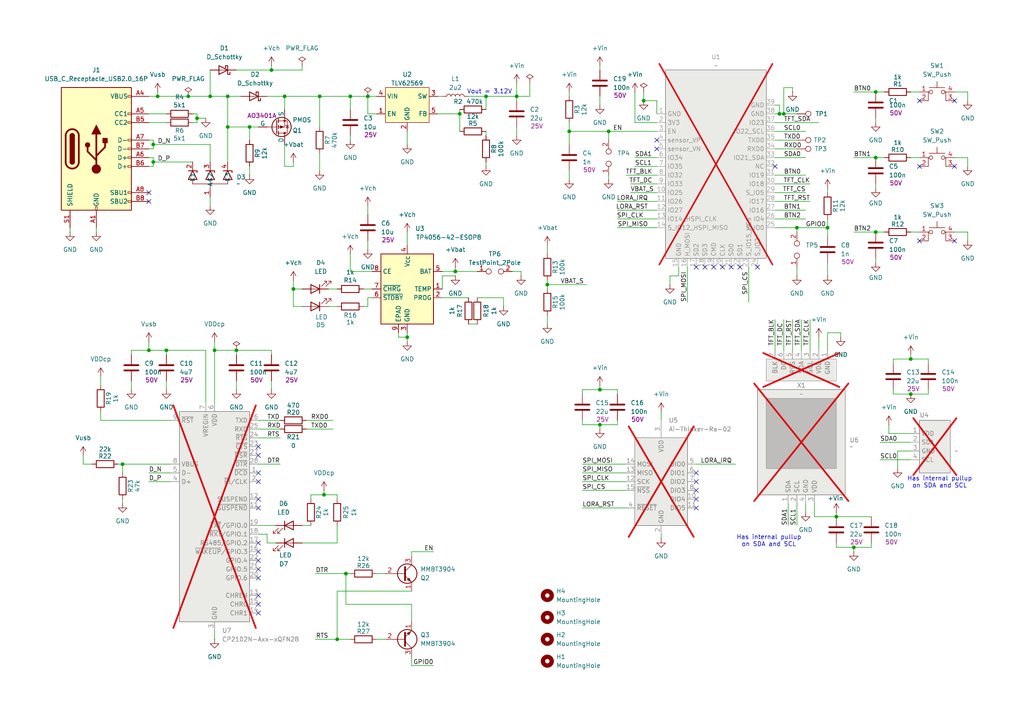
<source format=kicad_sch>
(kicad_sch (version 20250114) (generator "eeschema") (generator_version "9.0")
  (paper "A4")
  (title_block (title "Wireless Weather Station") (date "2025-04-03") (rev "0.1") (company "Author: Erik Miyoshi"))
  (text "Has internal pullup\non SDA and SCL" (at 272.542 139.954 0) (effects (font (size 1.27 1.27))))
  (text "Has internal pullup\non SDA and SCL" (at 223.012 156.972 0) (effects (font (size 1.27 1.27))))
  (text "Vout = 3.12V" (at 141.986 26.67 0) (effects (font (size 1.27 1.27))))
  (junction (at 60.96 27.94))
  (junction (at 101.6 27.94))
  (junction (at 242.57 149.86))
  (junction (at 149.86 27.94))
  (junction (at 44.45 41.91))
  (junction (at 66.04 36.83))
  (junction (at 140.97 27.94))
  (junction (at 85.09 83.82))
  (junction (at 254 67.31))
  (junction (at 186.69 29.21))
  (junction (at 57.15 34.29))
  (junction (at 173.99 123.19))
  (junction (at 68.58 101.6))
  (junction (at 45.72 27.94))
  (junction (at 48.26 101.6))
  (junction (at 92.71 27.94))
  (junction (at 254 26.67))
  (junction (at 226.06 33.02))
  (junction (at 173.99 113.03))
  (junction (at 62.23 101.6))
  (junction (at 35.56 134.62))
  (junction (at 43.18 101.6))
  (junction (at 264.16 104.14))
  (junction (at 133.35 33.02))
  (junction (at 54.61 27.94))
  (junction (at 78.74 20.32))
  (junction (at 72.39 36.83))
  (junction (at 176.53 38.1))
  (junction (at 106.68 27.94))
  (junction (at 100.33 166.37))
  (junction (at 247.65 158.75))
  (junction (at 165.1 38.1))
  (junction (at 66.04 27.94))
  (junction (at 82.55 27.94))
  (junction (at 118.11 97.79))
  (junction (at 264.16 114.3))
  (junction (at 97.79 185.42))
  (junction (at 158.75 82.55))
  (junction (at 93.98 143.51))
  (junction (at 231.14 66.04))
  (junction (at 132.08 78.74))
  (junction (at 254 45.72))
  (junction (at 44.45 46.99))
  (junction (at 240.03 66.04))
  (junction (at 227.33 33.02))
  (no_connect (at 224.79 48.26))
  (no_connect (at 43.18 55.88))
  (no_connect (at 209.55 77.47))
  (no_connect (at 212.09 77.47))
  (no_connect (at 190.5 40.64))
  (no_connect (at 74.93 129.54))
  (no_connect (at 74.93 157.48))
  (no_connect (at 74.93 139.7))
  (no_connect (at 74.93 162.56))
  (no_connect (at 74.93 160.02))
  (no_connect (at 74.93 177.8))
  (no_connect (at 219.71 77.47))
  (no_connect (at 207.01 77.47))
  (no_connect (at 74.93 167.64))
  (no_connect (at 74.93 147.32))
  (no_connect (at 201.93 144.78))
  (no_connect (at 204.47 77.47))
  (no_connect (at 276.86 48.26))
  (no_connect (at 43.18 58.42))
  (no_connect (at 201.93 142.24))
  (no_connect (at 214.63 77.47))
  (no_connect (at 74.93 132.08))
  (no_connect (at 201.93 147.32))
  (no_connect (at 266.7 29.21))
  (no_connect (at 201.93 139.7))
  (no_connect (at 74.93 175.26))
  (no_connect (at 201.93 77.47))
  (no_connect (at 266.7 48.26))
  (no_connect (at 74.93 165.1))
  (no_connect (at 190.5 43.18))
  (no_connect (at 74.93 137.16))
  (no_connect (at 276.86 69.85))
  (no_connect (at 266.7 69.85))
  (no_connect (at 201.93 137.16))
  (no_connect (at 74.93 144.78))
  (no_connect (at 276.86 29.21))
  (no_connect (at 74.93 172.72))
  (wire (pts (xy 29.21 109.22) (xy 29.21 111.76)))
  (wire (pts (xy 227.33 92.71) (xy 227.33 101.6)))
  (wire (pts (xy 68.58 110.49) (xy 68.58 113.03)))
  (wire (pts (xy 118.11 97.79) (xy 118.11 99.06)))
  (wire (pts (xy 62.23 182.88) (xy 62.23 185.42)))
  (wire (pts (xy 264.16 114.3) (xy 269.24 114.3)))
  (wire (pts (xy 101.6 166.37) (xy 100.33 166.37)))
  (wire (pts (xy 60.96 27.94) (xy 66.04 27.94)))
  (wire (pts (xy 78.74 20.32) (xy 87.63 20.32)))
  (wire (pts (xy 264.16 102.87) (xy 264.16 104.14)))
  (wire (pts (xy 133.35 31.75) (xy 133.35 33.02)))
  (wire (pts (xy 269.24 113.03) (xy 269.24 114.3)))
  (wire (pts (xy 168.91 134.62) (xy 181.61 134.62)))
  (wire (pts (xy 264.16 125.73) (xy 257.81 125.73)))
  (wire (pts (xy 87.63 83.82) (xy 85.09 83.82)))
  (wire (pts (xy 168.91 137.16) (xy 181.61 137.16)))
  (wire (pts (xy 106.68 59.69) (xy 106.68 62.23)))
  (wire (pts (xy 88.9 121.92) (xy 96.52 121.92)))
  (wire (pts (xy 158.75 82.55) (xy 170.18 82.55)))
  (wire (pts (xy 132.08 77.47) (xy 132.08 78.74)))
  (wire (pts (xy 247.65 45.72) (xy 254 45.72)))
  (wire (pts (xy 184.15 45.72) (xy 190.5 45.72)))
  (wire (pts (xy 106.68 69.85) (xy 106.68 72.39)))
  (wire (pts (xy 255.27 133.35) (xy 264.16 133.35)))
  (wire (pts (xy 127 33.02) (xy 133.35 33.02)))
  (wire (pts (xy 60.96 20.32) (xy 60.96 27.94)))
  (wire (pts (xy 168.91 121.92) (xy 168.91 123.19)))
  (wire (pts (xy 82.55 27.94) (xy 92.71 27.94)))
  (wire (pts (xy 100.33 166.37) (xy 100.33 175.26)))
  (wire (pts (xy 68.58 20.32) (xy 78.74 20.32)))
  (wire (pts (xy 231.14 77.47) (xy 231.14 80.01)))
  (wire (pts (xy 93.98 143.51) (xy 97.79 143.51)))
  (wire (pts (xy 276.86 26.67) (xy 280.67 26.67)))
  (wire (pts (xy 240.03 101.6) (xy 240.03 96.52)))
  (wire (pts (xy 74.93 124.46) (xy 81.28 124.46)))
  (wire (pts (xy 224.79 50.8) (xy 233.68 50.8)))
  (wire (pts (xy 74.93 134.62) (xy 81.28 134.62)))
  (wire (pts (xy 95.25 83.82) (xy 97.79 83.82)))
  (wire (pts (xy 254 67.31) (xy 256.54 67.31)))
  (wire (pts (xy 227.33 33.02) (xy 231.14 33.02)))
  (wire (pts (xy 260.35 130.81) (xy 260.35 135.89)))
  (wire (pts (xy 66.04 36.83) (xy 72.39 36.83)))
  (wire (pts (xy 254 53.34) (xy 254 54.61)))
  (wire (pts (xy 240.03 66.04) (xy 240.03 63.5)))
  (wire (pts (xy 128.27 83.82) (xy 128.27 80.01)))
  (wire (pts (xy 168.91 147.32) (xy 181.61 147.32)))
  (wire (pts (xy 106.68 33.02) (xy 106.68 27.94)))
  (wire (pts (xy 176.53 38.1) (xy 176.53 40.64)))
  (wire (pts (xy 149.86 24.13) (xy 149.86 27.94)))
  (wire (pts (xy 194.31 82.55) (xy 194.31 80.01)))
  (wire (pts (xy 233.68 60.96) (xy 224.79 60.96)))
  (wire (pts (xy 101.6 78.74) (xy 101.6 73.66)))
  (wire (pts (xy 48.26 101.6) (xy 48.26 102.87)))
  (wire (pts (xy 105.41 88.9) (xy 106.68 88.9)))
  (wire (pts (xy 224.79 53.34) (xy 234.95 53.34)))
  (wire (pts (xy 92.71 44.45) (xy 92.71 49.53)))
  (wire (pts (xy 242.57 148.59) (xy 242.57 149.86)))
  (wire (pts (xy 158.75 91.44) (xy 158.75 93.98)))
  (wire (pts (xy 242.57 149.86) (xy 252.73 149.86)))
  (wire (pts (xy 135.89 93.98) (xy 138.43 93.98)))
  (wire (pts (xy 186.69 29.21) (xy 190.5 29.21)))
  (wire (pts (xy 224.79 45.72) (xy 233.68 45.72)))
  (wire (pts (xy 43.18 139.7) (xy 49.53 139.7)))
  (wire (pts (xy 240.03 68.58) (xy 240.03 66.04)))
  (wire (pts (xy 179.07 63.5) (xy 190.5 63.5)))
  (wire (pts (xy 101.6 27.94) (xy 106.68 27.94)))
  (wire (pts (xy 43.18 27.94) (xy 45.72 27.94)))
  (wire (pts (xy 179.07 60.96) (xy 190.5 60.96)))
  (wire (pts (xy 140.97 46.99) (xy 140.97 48.26)))
  (wire (pts (xy 190.5 33.02) (xy 190.5 29.21)))
  (wire (pts (xy 43.18 48.26) (xy 44.45 48.26)))
  (wire (pts (xy 85.09 46.99) (xy 85.09 48.26)))
  (wire (pts (xy 35.56 144.78) (xy 35.56 146.05)))
  (wire (pts (xy 224.79 33.02) (xy 226.06 33.02)))
  (wire (pts (xy 78.74 101.6) (xy 78.74 102.87)))
  (wire (pts (xy 109.22 33.02) (xy 106.68 33.02)))
  (wire (pts (xy 57.15 33.02) (xy 57.15 34.29)))
  (wire (pts (xy 125.73 193.04) (xy 119.38 193.04)))
  (wire (pts (xy 140.97 27.94) (xy 149.86 27.94)))
  (wire (pts (xy 240.03 66.04) (xy 231.14 66.04)))
  (wire (pts (xy 105.41 83.82) (xy 107.95 83.82)))
  (wire (pts (xy 128.27 78.74) (xy 132.08 78.74)))
  (wire (pts (xy 43.18 35.56) (xy 48.26 35.56)))
  (wire (pts (xy 168.91 114.3) (xy 168.91 113.03)))
  (wire (pts (xy 149.86 29.21) (xy 149.86 27.94)))
  (wire (pts (xy 232.41 92.71) (xy 232.41 101.6)))
  (wire (pts (xy 229.87 25.4) (xy 227.33 25.4)))
  (wire (pts (xy 72.39 36.83) (xy 74.93 36.83)))
  (wire (pts (xy 101.6 27.94) (xy 101.6 31.75)))
  (wire (pts (xy 90.17 144.78) (xy 90.17 143.51)))
  (wire (pts (xy 119.38 161.29) (xy 119.38 160.02)))
  (wire (pts (xy 168.91 113.03) (xy 173.99 113.03)))
  (wire (pts (xy 259.08 114.3) (xy 264.16 114.3)))
  (wire (pts (xy 125.73 160.02) (xy 119.38 160.02)))
  (wire (pts (xy 68.58 102.87) (xy 68.58 101.6)))
  (wire (pts (xy 87.63 19.05) (xy 87.63 20.32)))
  (wire (pts (xy 280.67 29.21) (xy 280.67 26.67)))
  (wire (pts (xy 184.15 48.26) (xy 190.5 48.26)))
  (wire (pts (xy 247.65 26.67) (xy 254 26.67)))
  (wire (pts (xy 254 74.93) (xy 254 76.2)))
  (wire (pts (xy 173.99 27.94) (xy 173.99 30.48)))
  (wire (pts (xy 62.23 116.84) (xy 62.23 101.6)))
  (wire (pts (xy 217.17 77.47) (xy 217.17 87.63)))
  (wire (pts (xy 60.96 57.15) (xy 60.96 59.69)))
  (wire (pts (xy 179.07 66.04) (xy 190.5 66.04)))
  (wire (pts (xy 224.79 38.1) (xy 233.68 38.1)))
  (wire (pts (xy 259.08 104.14) (xy 264.16 104.14)))
  (wire (pts (xy 44.45 41.91) (xy 44.45 43.18)))
  (wire (pts (xy 118.11 38.1) (xy 118.11 41.91)))
  (wire (pts (xy 128.27 86.36) (xy 135.89 86.36)))
  (wire (pts (xy 184.15 26.67) (xy 184.15 35.56)))
  (wire (pts (xy 44.45 40.64) (xy 44.45 41.91)))
  (wire (pts (xy 118.11 96.52) (xy 118.11 97.79)))
  (wire (pts (xy 259.08 113.03) (xy 259.08 114.3)))
  (wire (pts (xy 173.99 19.05) (xy 173.99 20.32)))
  (wire (pts (xy 242.57 158.75) (xy 247.65 158.75)))
  (wire (pts (xy 224.79 58.42) (xy 234.95 58.42)))
  (wire (pts (xy 60.96 46.99) (xy 60.96 41.91)))
  (wire (pts (xy 74.93 154.94) (xy 77.47 154.94)))
  (wire (pts (xy 229.87 92.71) (xy 229.87 101.6)))
  (wire (pts (xy 44.45 41.91) (xy 60.96 41.91)))
  (wire (pts (xy 26.67 134.62) (xy 24.13 134.62)))
  (wire (pts (xy 168.91 123.19) (xy 173.99 123.19)))
  (wire (pts (xy 87.63 88.9) (xy 85.09 88.9)))
  (wire (pts (xy 62.23 101.6) (xy 68.58 101.6)))
  (wire (pts (xy 237.49 97.79) (xy 237.49 101.6)))
  (wire (pts (xy 168.91 142.24) (xy 181.61 142.24)))
  (wire (pts (xy 43.18 43.18) (xy 44.45 43.18)))
  (wire (pts (xy 127 27.94) (xy 128.27 27.94)))
  (wire (pts (xy 181.61 50.8) (xy 190.5 50.8)))
  (wire (pts (xy 179.07 58.42) (xy 190.5 58.42)))
  (wire (pts (xy 72.39 40.64) (xy 72.39 36.83)))
  (wire (pts (xy 85.09 48.26) (xy 82.55 48.26)))
  (wire (pts (xy 224.79 66.04) (xy 231.14 66.04)))
  (wire (pts (xy 224.79 55.88) (xy 233.68 55.88)))
  (wire (pts (xy 82.55 31.75) (xy 82.55 27.94)))
  (wire (pts (xy 55.88 35.56) (xy 57.15 35.56)))
  (wire (pts (xy 168.91 139.7) (xy 181.61 139.7)))
  (wire (pts (xy 128.27 80.01) (xy 132.08 80.01)))
  (wire (pts (xy 151.13 80.01) (xy 151.13 78.74)))
  (wire (pts (xy 158.75 82.55) (xy 158.75 83.82)))
  (wire (pts (xy 280.67 67.31) (xy 280.67 69.85)))
  (wire (pts (xy 224.79 92.71) (xy 224.79 101.6)))
  (wire (pts (xy 38.1 102.87) (xy 38.1 101.6)))
  (wire (pts (xy 191.77 154.94) (xy 191.77 156.21)))
  (wire (pts (xy 255.27 128.27) (xy 264.16 128.27)))
  (wire (pts (xy 226.06 33.02) (xy 227.33 33.02)))
  (wire (pts (xy 66.04 27.94) (xy 69.85 27.94)))
  (wire (pts (xy 35.56 137.16) (xy 35.56 134.62)))
  (wire (pts (xy 247.65 67.31) (xy 254 67.31)))
  (wire (pts (xy 43.18 40.64) (xy 44.45 40.64)))
  (wire (pts (xy 119.38 171.45) (xy 97.79 171.45)))
  (wire (pts (xy 97.79 152.4) (xy 97.79 157.48)))
  (wire (pts (xy 54.61 27.94) (xy 60.96 27.94)))
  (wire (pts (xy 224.79 35.56) (xy 237.49 35.56)))
  (wire (pts (xy 115.57 96.52) (xy 115.57 97.79)))
  (wire (pts (xy 149.86 36.83) (xy 149.86 39.37)))
  (wire (pts (xy 106.68 27.94) (xy 109.22 27.94)))
  (wire (pts (xy 264.16 26.67) (xy 266.7 26.67)))
  (wire (pts (xy 229.87 26.67) (xy 229.87 25.4)))
  (wire (pts (xy 57.15 34.29) (xy 57.15 35.56)))
  (wire (pts (xy 77.47 157.48) (xy 80.01 157.48)))
  (wire (pts (xy 264.16 45.72) (xy 266.7 45.72)))
  (wire (pts (xy 165.1 38.1) (xy 176.53 38.1)))
  (wire (pts (xy 259.08 105.41) (xy 259.08 104.14)))
  (wire (pts (xy 165.1 49.53) (xy 165.1 52.07)))
  (wire (pts (xy 231.14 146.05) (xy 231.14 152.4)))
  (wire (pts (xy 107.95 78.74) (xy 101.6 78.74)))
  (wire (pts (xy 224.79 43.18) (xy 231.14 43.18)))
  (wire (pts (xy 151.13 78.74) (xy 148.59 78.74)))
  (wire (pts (xy 101.6 39.37) (xy 101.6 40.64)))
  (wire (pts (xy 264.16 130.81) (xy 260.35 130.81)))
  (wire (pts (xy 140.97 27.94) (xy 140.97 31.75)))
  (wire (pts (xy 35.56 134.62) (xy 49.53 134.62)))
  (wire (pts (xy 269.24 104.14) (xy 269.24 105.41)))
  (wire (pts (xy 254 34.29) (xy 254 35.56)))
  (wire (pts (xy 38.1 110.49) (xy 38.1 113.03)))
  (wire (pts (xy 90.17 143.51) (xy 93.98 143.51)))
  (wire (pts (xy 74.93 127) (xy 81.28 127)))
  (wire (pts (xy 68.58 101.6) (xy 78.74 101.6)))
  (wire (pts (xy 35.56 134.62) (xy 34.29 134.62)))
  (wire (pts (xy 196.85 77.47) (xy 196.85 80.01)))
  (wire (pts (xy 45.72 26.67) (xy 45.72 27.94)))
  (wire (pts (xy 176.53 38.1) (xy 190.5 38.1)))
  (wire (pts (xy 55.88 33.02) (xy 57.15 33.02)))
  (wire (pts (xy 44.45 45.72) (xy 44.45 46.99)))
  (wire (pts (xy 111.76 166.37) (xy 109.22 166.37)))
  (wire (pts (xy 78.74 110.49) (xy 78.74 113.03)))
  (wire (pts (xy 173.99 111.76) (xy 173.99 113.03)))
  (wire (pts (xy 133.35 33.02) (xy 133.35 38.1)))
  (wire (pts (xy 165.1 41.91) (xy 165.1 38.1)))
  (wire (pts (xy 182.88 53.34) (xy 190.5 53.34)))
  (wire (pts (xy 45.72 27.94) (xy 54.61 27.94)))
  (wire (pts (xy 111.76 185.42) (xy 109.22 185.42)))
  (wire (pts (xy 66.04 27.94) (xy 66.04 36.83)))
  (wire (pts (xy 78.74 19.05) (xy 78.74 20.32)))
  (wire (pts (xy 194.31 80.01) (xy 196.85 80.01)))
  (wire (pts (xy 226.06 30.48) (xy 226.06 33.02)))
  (wire (pts (xy 85.09 81.28) (xy 85.09 83.82)))
  (wire (pts (xy 165.1 26.67) (xy 165.1 27.94)))
  (wire (pts (xy 97.79 185.42) (xy 91.44 185.42)))
  (wire (pts (xy 236.22 149.86) (xy 242.57 149.86)))
  (wire (pts (xy 29.21 121.92) (xy 49.53 121.92)))
  (wire (pts (xy 48.26 110.49) (xy 48.26 113.03)))
  (wire (pts (xy 92.71 27.94) (xy 101.6 27.94)))
  (wire (pts (xy 256.54 45.72) (xy 254 45.72)))
  (wire (pts (xy 77.47 154.94) (xy 77.47 157.48)))
  (wire (pts (xy 231.14 66.04) (xy 231.14 67.31)))
  (wire (pts (xy 101.6 185.42) (xy 97.79 185.42)))
  (wire (pts (xy 57.15 34.29) (xy 59.69 34.29)))
  (wire (pts (xy 43.18 99.06) (xy 43.18 101.6)))
  (wire (pts (xy 74.93 121.92) (xy 81.28 121.92)))
  (wire (pts (xy 106.68 88.9) (xy 106.68 86.36)))
  (wire (pts (xy 240.03 54.61) (xy 240.03 55.88)))
  (wire (pts (xy 233.68 146.05) (xy 233.68 148.59)))
  (wire (pts (xy 88.9 124.46) (xy 96.52 124.46)))
  (wire (pts (xy 138.43 86.36) (xy 146.05 86.36)))
  (wire (pts (xy 43.18 101.6) (xy 48.26 101.6)))
  (wire (pts (xy 280.67 48.26) (xy 280.67 45.72)))
  (wire (pts (xy 44.45 46.99) (xy 44.45 48.26)))
  (wire (pts (xy 43.18 33.02) (xy 48.26 33.02)))
  (wire (pts (xy 173.99 123.19) (xy 179.07 123.19)))
  (wire (pts (xy 100.33 166.37) (xy 91.44 166.37)))
  (wire (pts (xy 38.1 101.6) (xy 43.18 101.6)))
  (wire (pts (xy 276.86 67.31) (xy 280.67 67.31)))
  (wire (pts (xy 146.05 88.9) (xy 146.05 86.36)))
  (wire (pts (xy 20.32 66.04) (xy 20.32 67.31)))
  (wire (pts (xy 257.81 123.19) (xy 257.81 125.73)))
  (wire (pts (xy 224.79 30.48) (xy 226.06 30.48)))
  (wire (pts (xy 140.97 38.1) (xy 140.97 39.37)))
  (wire (pts (xy 247.65 158.75) (xy 252.73 158.75)))
  (wire (pts (xy 227.33 25.4) (xy 227.33 33.02)))
  (wire (pts (xy 97.79 171.45) (xy 97.79 185.42)))
  (wire (pts (xy 240.03 76.2) (xy 240.03 80.01)))
  (wire (pts (xy 252.73 157.48) (xy 252.73 158.75)))
  (wire (pts (xy 149.86 27.94) (xy 153.67 27.94)))
  (wire (pts (xy 87.63 157.48) (xy 97.79 157.48)))
  (wire (pts (xy 186.69 26.67) (xy 186.69 29.21)))
  (wire (pts (xy 92.71 27.94) (xy 92.71 36.83)))
  (wire (pts (xy 228.6 146.05) (xy 228.6 152.4)))
  (wire (pts (xy 119.38 190.5) (xy 119.38 193.04)))
  (wire (pts (xy 247.65 158.75) (xy 247.65 160.02)))
  (wire (pts (xy 100.33 175.26) (xy 119.38 175.26)))
  (wire (pts (xy 48.26 101.6) (xy 59.69 101.6)))
  (wire (pts (xy 264.16 67.31) (xy 266.7 67.31)))
  (wire (pts (xy 190.5 35.56) (xy 184.15 35.56)))
  (wire (pts (xy 243.84 96.52) (xy 243.84 97.79)))
  (wire (pts (xy 72.39 48.26) (xy 72.39 50.8)))
  (wire (pts (xy 224.79 63.5) (xy 233.68 63.5)))
  (wire (pts (xy 115.57 97.79) (xy 118.11 97.79)))
  (wire (pts (xy 165.1 35.56) (xy 165.1 38.1)))
  (wire (pts (xy 234.95 92.71) (xy 234.95 101.6)))
  (wire (pts (xy 118.11 67.31) (xy 118.11 71.12)))
  (wire (pts (xy 43.18 45.72) (xy 44.45 45.72)))
  (wire (pts (xy 158.75 71.12) (xy 158.75 73.66)))
  (wire (pts (xy 242.57 157.48) (xy 242.57 158.75)))
  (wire (pts (xy 182.88 55.88) (xy 190.5 55.88)))
  (wire (pts (xy 82.55 27.94) (xy 77.47 27.94)))
  (wire (pts (xy 27.94 66.04) (xy 27.94 67.31)))
  (wire (pts (xy 82.55 48.26) (xy 82.55 41.91)))
  (wire (pts (xy 240.03 96.52) (xy 243.84 96.52)))
  (wire (pts (xy 97.79 143.51) (xy 97.79 144.78)))
  (wire (pts (xy 158.75 81.28) (xy 158.75 82.55)))
  (wire (pts (xy 176.53 50.8) (xy 176.53 52.07)))
  (wire (pts (xy 59.69 116.84) (xy 59.69 101.6)))
  (wire (pts (xy 224.79 40.64) (xy 231.14 40.64)))
  (wire (pts (xy 119.38 175.26) (xy 119.38 180.34)))
  (wire (pts (xy 44.45 46.99) (xy 55.88 46.99)))
  (wire (pts (xy 29.21 119.38) (xy 29.21 121.92)))
  (wire (pts (xy 106.68 86.36) (xy 107.95 86.36)))
  (wire (pts (xy 256.54 26.67) (xy 254 26.67)))
  (wire (pts (xy 43.18 137.16) (xy 49.53 137.16)))
  (wire (pts (xy 201.93 134.62) (xy 213.36 134.62)))
  (wire (pts (xy 173.99 113.03) (xy 179.07 113.03)))
  (wire (pts (xy 132.08 78.74) (xy 138.43 78.74)))
  (wire (pts (xy 153.67 24.13) (xy 153.67 27.94)))
  (wire (pts (xy 74.93 152.4) (xy 80.01 152.4)))
  (wire (pts (xy 173.99 123.19) (xy 173.99 124.46)))
  (wire (pts (xy 135.89 27.94) (xy 140.97 27.94)))
  (wire (pts (xy 276.86 45.72) (xy 280.67 45.72)))
  (wire (pts (xy 93.98 142.24) (xy 93.98 143.51)))
  (wire (pts (xy 199.39 77.47) (xy 199.39 87.63)))
  (wire (pts (xy 236.22 146.05) (xy 236.22 149.86)))
  (wire (pts (xy 24.13 132.08) (xy 24.13 134.62)))
  (wire (pts (xy 95.25 88.9) (xy 97.79 88.9)))
  (wire (pts (xy 62.23 99.06) (xy 62.23 101.6)))
  (wire (pts (xy 179.07 123.19) (xy 179.07 121.92)))
  (wire (pts (xy 191.77 119.38) (xy 191.77 121.92)))
  (wire (pts (xy 66.04 36.83) (xy 66.04 46.99)))
  (wire (pts (xy 264.16 104.14) (xy 269.24 104.14)))
  (wire (pts (xy 87.63 152.4) (xy 90.17 152.4)))
  (wire (pts (xy 179.07 113.03) (xy 179.07 114.3)))
  (wire (pts (xy 85.09 88.9) (xy 85.09 83.82)))
  (label "SDA0" (at 255.27 128.27 0))
  (label "TFT_SDA" (at 232.41 100.33 90))
  (label "D_N" (at 43.18 137.16 0))
  (label "BTN2" (at 227.33 63.5 0))
  (label "SPI_CS" (at 168.91 142.24 0))
  (label "SCL1" (at 231.14 152.4 90))
  (label "TFT_BLK" (at 189.23 50.8 180))
  (label "TXD" (at 77.47 121.92 0))
  (label "D_P" (at 43.18 139.7 0))
  (label "TFT_CS" (at 233.68 55.88 180))
  (label "SPI_CLK" (at 168.91 139.7 0))
  (label "RTS" (at 95.25 185.42 180))
  (label "SDA1" (at 228.6 152.4 90))
  (label "SPI_MISO" (at 187.96 66.04 180))
  (label "TFT_CLK" (at 234.95 100.33 90))
  (label "SPI_MOSI" (at 199.39 78.74 270))
  (label "RXD0" (at 227.33 43.18 0))
  (label "TXD0" (at 227.33 40.64 0))
  (label "EN" (at 177.8 38.1 0))
  (label "SPI_CLK" (at 186.69 63.5 180))
  (label "EN" (at 125.73 160.02 180))
  (label "LORA_RST" (at 187.96 60.96 180))
  (label "SDA0" (at 227.33 45.72 0))
  (label "RTS" (at 77.47 127 0))
  (label "RXD" (at 77.47 124.46 0))
  (label "BTN2" (at 247.65 67.31 0))
  (label "SCL0" (at 255.27 133.35 0))
  (label "SDA1" (at 184.15 45.72 0))
  (label "LORA_RST" (at 168.91 147.32 0))
  (label "SPI_CS" (at 217.17 78.74 270))
  (label "VBAT_S" (at 182.88 55.88 0))
  (label "DTR" (at 77.47 134.62 0))
  (label "BTN1" (at 227.33 60.96 0))
  (label "SPI_MOSI" (at 168.91 134.62 0))
  (label "SCL1" (at 184.15 48.26 0))
  (label "D_P" (at 45.72 46.99 0))
  (label "TXD0" (at 90.17 124.46 0))
  (label "TFT_DC" (at 189.23 53.34 180))
  (label "RXD0" (at 90.17 121.92 0))
  (label "SCL0" (at 227.33 38.1 0))
  (label "GPIO0" (at 125.73 193.04 180))
  (label "VBAT_S" (at 162.56 82.55 0))
  (label "TFT_SDA" (at 227.33 35.56 0))
  (label "BTN0" (at 227.33 50.8 0))
  (label "BTN1" (at 247.65 45.72 0))
  (label "SPI_MISO" (at 168.91 137.16 0))
  (label "TFT_DC" (at 227.33 100.33 90))
  (label "BTN0" (at 247.65 26.67 0))
  (label "LORA_IRQ" (at 203.2 134.62 0))
  (label "TFT_RST" (at 229.87 100.33 90))
  (label "TFT_BLK" (at 224.79 100.33 90))
  (label "LORA_IRQ" (at 187.96 58.42 180))
  (label "D_N" (at 45.72 41.91 0))
  (label "GPIO0" (at 233.68 66.04 0))
  (label "DTR" (at 95.25 166.37 180))
  (label "TFT_CLK" (at 234.95 53.34 180))
  (label "TFT_RST" (at 234.95 58.42 180))
  (symbol (lib_id "Device:R") (at 140.97 43.18 180) (unit 1)
    (property "Reference" "R8" (at 143.256 43.18 90))
    (property "Value" "100k" (at 145.288 43.18 90))
    (property "Footprint" "Resistor_SMD:R_0603_1608Metric_Pad0.98x0.95mm_HandSolder" (effects (hide yes)))
    (property "Description" "Resistor" (effects (hide yes)))
    (property "LCSC Page" "https://www.lcsc.com/product-detail/Chip-Resistor-Surface-Mount_UNI-ROYAL-Uniroyal-Elec-0603WAF1003T5E_C25803.html?s_z=n_C25803" (effects (hide yes)))
    (property "LCSC Part #" "C25803" (effects (hide yes)))
  )
  (symbol (lib_id "Connector:USB_C_Receptacle_USB2.0_16P") (at 27.94 43.18 0) (unit 1)
    (property "Reference" "J1" (at 27.94 20.32 0))
    (property "Value" "USB_C_Receptacle_USB2.0_16P" (at 27.94 22.86 0))
    (property "Footprint" "weather_station_lib:USB_C_Receptacle_GCT_USB4105-xx-A_16P_TopMnt_Horizontal_fix_clearance" (effects (hide yes)))
    (property "Datasheet" "https://www.usb.org/sites/default/files/documents/usb_type-c.zip" (effects (hide yes)))
    (property "Description" "USB 2.0-only 16P Type-C Receptacle connector" (effects (hide yes)))
    (property "LCSC Page" "https://www.lcsc.com/product-detail/USB-Connectors_SHOU-HAN-TYPE-C-16PIN-2MD-073_C2765186.html?s_z=n_usb%2520c%2520connector" (effects (hide yes)))
    (property "LCSC Part #" "C2765186" (effects (hide yes)))
  )
  (symbol (lib_id "Device:C") (at 106.68 66.04 0) (unit 1)
    (property "Reference" "C6" (at 110.49 64.7699 0) (effects (justify left)))
    (property "Value" "10u" (at 110.49 67.3099 0) (effects (justify left)))
    (property "Footprint" "Capacitor_SMD:C_0805_2012Metric" (effects (hide yes)))
    (property "Description" "Unpolarized capacitor" (effects (hide yes)))
    (property "LCSC Page" "https://www.lcsc.com/product-detail/Multilayer-Ceramic-Capacitors-MLCC-SMD-SMT_Samsung-Electro-Mechanics-CL21A106KAYNNNE_C15850.html" (effects (hide yes)))
    (property "Voltage" "25V" (at 112.522 69.596 0))
    (property "LCSC Part #" "C15850" (effects (hide yes)))
  )
  (symbol (lib_id "Device:C") (at 254 30.48 0) (unit 1)
    (property "Reference" "C1" (at 257.81 29.2099 0) (effects (justify left)))
    (property "Value" "100n" (at 257.81 30.4799 0) (effects (justify left)))
    (property "Footprint" "Capacitor_SMD:C_0603_1608Metric" (effects (hide yes)))
    (property "Description" "Unpolarized capacitor" (effects (hide yes)))
    (property "LCSC Page" "https://www.lcsc.com/product-detail/Multilayer-Ceramic-Capacitors-MLCC-SMD-SMT_YAGEO-CC0603KRX7R9BB104_C14663.html" (effects (hide yes)))
    (property "Voltage" "50V" (at 259.842 32.766 0))
    (property "LCSC Part #" "C14663" (effects (hide yes)))
  )
  (symbol (lib_id "power:VCC") (at 242.57 148.59 0) (unit 1)
    (property "Reference" "#PWR059" (effects (hide yes)))
    (property "Value" "+Vin" (at 242.316 144.526 0))
    (property "Description" "Power symbol creates a global label with name \"VCC\"" (effects (hide yes)))
  )
  (symbol (lib_id "Device:LED") (at 91.44 88.9 180) (unit 1)
    (property "Reference" "D5" (at 92.964 94.234 0))
    (property "Value" "LED" (at 93.218 91.948 0))
    (property "Footprint" "LED_SMD:LED_0603_1608Metric" (effects (hide yes)))
    (property "Description" "Light emitting diode" (effects (hide yes)))
    (property "Sim.Pins" "1=K 2=A" (effects (hide yes)))
    (property "LCSC Page" "https://www.lcsc.com/product-detail/LED-Indication-Discrete_Hubei-KENTO-Elec-KT-0603R_C2286.html?s_z=n_%2520C2286" (effects (hide yes)))
    (property "LCSC Part #" " C2286" (effects (hide yes)))
  )
  (symbol (lib_id "power:VCC") (at 78.74 19.05 0) (unit 1)
    (property "Reference" "#PWR01" (effects (hide yes)))
    (property "Value" "+Vch" (at 78.74 13.97 0))
    (property "Description" "Power symbol creates a global label with name \"VCC\"" (effects (hide yes)))
  )
  (symbol (lib_id "Mechanical:MountingHole") (at 158.75 191.77 0) (unit 1) (in_bom no)
    (property "Reference" "H1" (at 161.29 190.4999 0) (effects (justify left)))
    (property "Value" "MountingHole" (at 161.29 193.0399 0) (effects (justify left)))
    (property "Footprint" "weather_station_lib:mounting_hole_2" (effects (hide yes)))
    (property "Description" "Mounting Hole without connection" (effects (hide yes)))
  )
  (symbol (lib_id "power:GND") (at 72.39 50.8 0) (unit 1)
    (property "Reference" "#PWR017" (effects (hide yes)))
    (property "Value" "GND" (at 72.39 55.88 0))
    (property "Description" "Power symbol creates a global label with name \"GND\" , ground" (effects (hide yes)))
  )
  (symbol (lib_id "Device:R") (at 260.35 67.31 270) (unit 1)
    (property "Reference" "R12" (at 260.35 65.024 90))
    (property "Value" "1k" (at 260.35 62.992 90))
    (property "Footprint" "Resistor_SMD:R_0603_1608Metric_Pad0.98x0.95mm_HandSolder" (effects (hide yes)))
    (property "Description" "Resistor" (effects (hide yes)))
    (property "LCSC Page" "https://www.lcsc.com/product-detail/Chip-Resistor-Surface-Mount_UNI-ROYAL-Uniroyal-Elec-0603WAF1001T5E_C21190.html?s_z=n_C21190" (effects (hide yes)))
    (property "LCSC Part #" "C21190" (effects (hide yes)))
  )
  (symbol (lib_id "power:PWR_FLAG") (at 68.58 101.6 0) (unit 1)
    (property "Reference" "#FLG05" (effects (hide yes)))
    (property "Value" "PWR_FLAG" (effects (hide yes)))
    (property "Description" "Special symbol for telling ERC where power comes from" (effects (hide yes)))
  )
  (symbol (lib_id "power:VCC") (at 24.13 132.08 0) (unit 1)
    (property "Reference" "#PWR054" (effects (hide yes)))
    (property "Value" "Vusb" (at 24.13 127 0))
    (property "Description" "Power symbol creates a global label with name \"VCC\"" (effects (hide yes)))
  )
  (symbol (lib_id "power:GND") (at 173.99 124.46 0) (unit 1)
    (property "Reference" "#PWR053" (effects (hide yes)))
    (property "Value" "GND" (at 173.99 129.54 0))
    (property "Description" "Power symbol creates a global label with name \"GND\" , ground" (effects (hide yes)))
  )
  (symbol (lib_id "weather_station_lib:SW_Push") (at 271.78 45.72 0) (unit 1)
    (property "Reference" "SW2" (at 271.78 38.1 0))
    (property "Value" "SW_Push" (at 271.78 40.64 0))
    (property "Footprint" "weather_station_lib:tactile_switch_6x6" (effects (hide yes)))
    (property "Description" "Push button switch, generic, symbol, four pins" (effects (hide yes)))
    (property "LCSC Page" "https://www.lcsc.com/product-detail/Tactile-Switches_XUNPU-TS-1002S-05026C_C455110.html" (effects (hide yes)))
    (property "LCSC Part #" "C455110" (effects (hide yes)))
  )
  (symbol (lib_id "power:GND") (at 118.11 41.91 0) (unit 1)
    (property "Reference" "#PWR012" (effects (hide yes)))
    (property "Value" "GND" (at 118.11 46.99 0))
    (property "Description" "Power symbol creates a global label with name \"GND\" , ground" (effects (hide yes)))
  )
  (symbol (lib_id "Device:R") (at 35.56 140.97 180) (unit 1)
    (property "Reference" "R23" (at 37.846 140.97 90))
    (property "Value" "47k" (at 39.878 140.97 90))
    (property "Footprint" "Resistor_SMD:R_0603_1608Metric_Pad0.98x0.95mm_HandSolder" (effects (hide yes)))
    (property "Description" "Resistor" (effects (hide yes)))
    (property "LCSC Page" "https://www.lcsc.com/product-detail/Chip-Resistor-Surface-Mount_UNI-ROYAL-Uniroyal-Elec-0603WAF4702T5E_C25819.html?s_z=n_C25819" (effects (hide yes)))
    (property "LCSC Part #" "C25819" (effects (hide yes)))
  )
  (symbol (lib_id "Device:C") (at 101.6 35.56 0) (unit 1)
    (property "Reference" "C3" (at 105.41 34.2899 0) (effects (justify left)))
    (property "Value" "10u" (at 105.41 36.8299 0) (effects (justify left)))
    (property "Footprint" "Capacitor_SMD:C_0805_2012Metric" (effects (hide yes)))
    (property "Description" "Unpolarized capacitor" (effects (hide yes)))
    (property "LCSC Page" "https://www.lcsc.com/product-detail/Multilayer-Ceramic-Capacitors-MLCC-SMD-SMT_Samsung-Electro-Mechanics-CL21A106KAYNNNE_C15850.html" (effects (hide yes)))
    (property "Voltage" "25V" (at 107.442 39.116 0))
    (property "LCSC Part #" "C15850" (effects (hide yes)))
  )
  (symbol (lib_id "power:VCC") (at 62.23 99.06 0) (unit 1)
    (property "Reference" "#PWR041" (effects (hide yes)))
    (property "Value" "VDDcp" (at 62.23 93.98 0))
    (property "Description" "Power symbol creates a global label with name \"VCC\"" (effects (hide yes)))
  )
  (symbol (lib_id "Device:C") (at 242.57 153.67 0) (unit 1)
    (property "Reference" "C17" (at 246.38 152.3999 0) (effects (justify left)))
    (property "Value" "22u" (at 246.38 154.9399 0) (effects (justify left)))
    (property "Footprint" "Capacitor_SMD:C_0805_2012Metric" (effects (hide yes)))
    (property "Description" "Unpolarized capacitor" (effects (hide yes)))
    (property "LCSC Page" "https://www.lcsc.com/product-detail/Multilayer-Ceramic-Capacitors-MLCC-SMD-SMT_Samsung-Electro-Mechanics-CL21A226MAQNNNE_C45783.html?s_z=n_%2520C45783" (effects (hide yes)))
    (property "Voltage" "25V" (at 248.412 157.226 0))
    (property "LCSC Part #" " C45783" (effects (hide yes)))
  )
  (symbol (lib_id "power:PWR_FLAG") (at 153.67 24.13 0) (unit 1)
    (property "Reference" "#FLG04" (effects (hide yes)))
    (property "Value" "PWR_FLAG" (effects (hide yes)))
    (property "Description" "Special symbol for telling ERC where power comes from" (effects (hide yes)))
  )
  (symbol (lib_id "Device:R") (at 105.41 185.42 90) (mirror x) (unit 1)
    (property "Reference" "R27" (at 105.41 183.134 90))
    (property "Value" "12k" (at 105.41 181.102 90))
    (property "Footprint" "Resistor_SMD:R_0603_1608Metric_Pad0.98x0.95mm_HandSolder" (effects (hide yes)))
    (property "Description" "Resistor" (effects (hide yes)))
    (property "LCSC Page" "https://www.lcsc.com/product-detail/Chip-Resistor-Surface-Mount_UNI-ROYAL-Uniroyal-Elec-0603WAF1202T5E_C22790.html?s_z=n_C22790" (effects (hide yes)))
    (property "LCSC Part #" "C22790" (effects (hide yes)))
  )
  (symbol (lib_id "power:GND") (at 140.97 48.26 0) (unit 1)
    (property "Reference" "#PWR014" (effects (hide yes)))
    (property "Value" "GND" (at 140.97 53.34 0))
    (property "Description" "Power symbol creates a global label with name \"GND\" , ground" (effects (hide yes)))
  )
  (symbol (lib_id "Device:R") (at 52.07 35.56 90) (unit 1)
    (property "Reference" "R6" (at 52.07 37.846 90))
    (property "Value" "5k1" (at 52.07 40.132 90))
    (property "Footprint" "Resistor_SMD:R_0603_1608Metric_Pad0.98x0.95mm_HandSolder" (effects (hide yes)))
    (property "Description" "Resistor" (effects (hide yes)))
    (property "LCSC Page" "https://www.lcsc.com/product-detail/Chip-Resistor-Surface-Mount_UNI-ROYAL-Uniroyal-Elec-0603WAF5101T5E_C23186.html?s_z=n_C23186" (effects (hide yes)))
    (property "LCSC Part #" "C23186" (effects (hide yes)))
  )
  (symbol (lib_id "power:VCC") (at 101.6 73.66 0) (unit 1)
    (property "Reference" "#PWR030" (effects (hide yes)))
    (property "Value" "+Vch" (at 101.6 68.58 0))
    (property "Description" "Power symbol creates a global label with name \"VCC\"" (effects (hide yes)))
  )
  (symbol (lib_id "power:GND") (at 158.75 93.98 0) (unit 1)
    (property "Reference" "#PWR039" (effects (hide yes)))
    (property "Value" "GND" (at 158.75 99.06 0))
    (property "Description" "Power symbol creates a global label with name \"GND\" , ground" (effects (hide yes)))
  )
  (symbol (lib_id "power:VCC") (at 132.08 77.47 0) (unit 1)
    (property "Reference" "#PWR032" (effects (hide yes)))
    (property "Value" "+Vbat" (at 132.08 72.39 0))
    (property "Description" "Power symbol creates a global label with name \"VCC\"" (effects (hide yes)))
  )
  (symbol (lib_id "Device:D_Schottky") (at 73.66 27.94 180) (unit 1)
    (property "Reference" "D2" (at 73.9775 21.59 0))
    (property "Value" "D_Schottky" (at 73.9775 24.13 0))
    (property "Footprint" "Diode_SMD:D_SMA" (effects (hide yes)))
    (property "Description" "Schottky diode" (effects (hide yes)))
    (property "LCSC Page" "https://www.lcsc.com/product-detail/Schottky-Diodes_MDD-Microdiode-Semiconductor-SS14_C2480.html?s_z=n_C2480" (effects (hide yes)))
    (property "LCSC Part #" "C2480" (effects (hide yes)))
  )
  (symbol (lib_id "Device:D_Schottky") (at 64.77 20.32 180) (unit 1)
    (property "Reference" "D1" (at 65.0875 13.97 0))
    (property "Value" "D_Schottky" (at 65.0875 16.51 0))
    (property "Footprint" "Diode_SMD:D_SMA" (effects (hide yes)))
    (property "Description" "Schottky diode" (effects (hide yes)))
    (property "LCSC Page" "https://www.lcsc.com/product-detail/Schottky-Diodes_MDD-Microdiode-Semiconductor-SS14_C2480.html?s_z=n_C2480" (effects (hide yes)))
    (property "LCSC Part #" "C2480" (effects (hide yes)))
  )
  (symbol (lib_id "power:VCC") (at 264.16 102.87 0) (unit 1)
    (property "Reference" "#PWR043" (effects (hide yes)))
    (property "Value" "+Vin" (at 264.16 97.79 0))
    (property "Description" "Power symbol creates a global label with name \"VCC\"" (effects (hide yes)))
  )
  (symbol (lib_id "Device:C") (at 68.58 106.68 0) (unit 1)
    (property "Reference" "C11" (at 72.39 105.4099 0) (effects (justify left)))
    (property "Value" "100n" (at 72.39 107.9499 0) (effects (justify left)))
    (property "Footprint" "Capacitor_SMD:C_0603_1608Metric" (effects (hide yes)))
    (property "Description" "Unpolarized capacitor" (effects (hide yes)))
    (property "LCSC Page" "https://www.lcsc.com/product-detail/Multilayer-Ceramic-Capacitors-MLCC-SMD-SMT_YAGEO-CC0603KRX7R9BB104_C14663.html" (effects (hide yes)))
    (property "Voltage" "50V" (at 74.422 110.236 0))
    (property "LCSC Part #" "C14663" (effects (hide yes)))
  )
  (symbol (lib_id "power:VCC") (at 106.68 59.69 0) (unit 1)
    (property "Reference" "#PWR023" (effects (hide yes)))
    (property "Value" "+Vch" (at 106.68 54.61 0))
    (property "Description" "Power symbol creates a global label with name \"VCC\"" (effects (hide yes)))
  )
  (symbol (lib_id "Device:R") (at 137.16 38.1 270) (unit 1)
    (property "Reference" "R5" (at 137.16 35.814 90))
    (property "Value" "12k" (at 137.16 33.782 90))
    (property "Footprint" "Resistor_SMD:R_0603_1608Metric_Pad0.98x0.95mm_HandSolder" (effects (hide yes)))
    (property "Description" "Resistor" (effects (hide yes)))
    (property "LCSC Page" "https://www.lcsc.com/product-detail/Chip-Resistor-Surface-Mount_UNI-ROYAL-Uniroyal-Elec-0603WAF1202T5E_C22790.html?s_z=n_C22790" (effects (hide yes)))
    (property "LCSC Part #" "C22790" (effects (hide yes)))
  )
  (symbol (lib_id "power:GND") (at 106.68 72.39 0) (unit 1)
    (property "Reference" "#PWR029" (effects (hide yes)))
    (property "Value" "GND" (at 106.68 77.47 0))
    (property "Description" "Power symbol creates a global label with name \"GND\" , ground" (effects (hide yes)))
  )
  (symbol (lib_id "Mechanical:MountingHole") (at 158.75 185.42 0) (unit 1) (in_bom no)
    (property "Reference" "H2" (at 161.29 184.1499 0) (effects (justify left)))
    (property "Value" "MountingHole" (at 161.29 186.6899 0) (effects (justify left)))
    (property "Footprint" "weather_station_lib:mounting_hole_2" (effects (hide yes)))
    (property "Description" "Mounting Hole without connection" (effects (hide yes)))
  )
  (symbol (lib_id "Device:R") (at 90.17 148.59 180) (unit 1)
    (property "Reference" "R24" (at 92.456 148.59 90))
    (property "Value" "1k" (at 94.488 148.59 90))
    (property "Footprint" "Resistor_SMD:R_0603_1608Metric_Pad0.98x0.95mm_HandSolder" (effects (hide yes)))
    (property "Description" "Resistor" (effects (hide yes)))
    (property "LCSC Page" "https://www.lcsc.com/product-detail/Chip-Resistor-Surface-Mount_UNI-ROYAL-Uniroyal-Elec-0603WAF1001T5E_C21190.html?s_z=n_C21190" (effects (hide yes)))
    (property "LCSC Part #" "C21190" (effects (hide yes)))
  )
  (symbol (lib_id "power:VCC") (at 45.72 26.67 0) (unit 1)
    (property "Reference" "#PWR03" (effects (hide yes)))
    (property "Value" "Vusb" (at 45.72 21.59 0))
    (property "Description" "Power symbol creates a global label with name \"VCC\"" (effects (hide yes)))
  )
  (symbol (lib_id "power:GND") (at 146.05 88.9 0) (unit 1)
    (property "Reference" "#PWR038" (effects (hide yes)))
    (property "Value" "GND" (at 146.05 93.98 0))
    (property "Description" "Power symbol creates a global label with name \"GND\" , ground" (effects (hide yes)))
  )
  (symbol (lib_id "power:GND") (at 233.68 148.59 0) (unit 1)
    (property "Reference" "#PWR058" (effects (hide yes)))
    (property "Value" "GND" (at 233.68 153.67 0))
    (property "Description" "Power symbol creates a global label with name \"GND\" , ground" (effects (hide yes)))
  )
  (symbol (lib_id "Device:C") (at 149.86 33.02 0) (unit 1)
    (property "Reference" "C2" (at 153.67 31.7499 0) (effects (justify left)))
    (property "Value" "22u" (at 153.67 34.2899 0) (effects (justify left)))
    (property "Footprint" "Capacitor_SMD:C_0805_2012Metric" (effects (hide yes)))
    (property "Description" "Unpolarized capacitor" (effects (hide yes)))
    (property "LCSC Page" "https://www.lcsc.com/product-detail/Multilayer-Ceramic-Capacitors-MLCC-SMD-SMT_Samsung-Electro-Mechanics-CL21A226MAQNNNE_C45783.html?s_z=n_%2520C45783" (effects (hide yes)))
    (property "Voltage" "25V" (at 155.702 36.576 0))
    (property "LCSC Part #" " C45783" (effects (hide yes)))
  )
  (symbol (lib_id "Device:R") (at 240.03 59.69 180) (unit 1)
    (property "Reference" "R11" (at 242.316 59.69 90))
    (property "Value" "12k" (at 244.348 59.69 90))
    (property "Footprint" "Resistor_SMD:R_0603_1608Metric_Pad0.98x0.95mm_HandSolder" (effects (hide yes)))
    (property "Description" "Resistor" (effects (hide yes)))
    (property "LCSC Page" "https://www.lcsc.com/product-detail/Chip-Resistor-Surface-Mount_UNI-ROYAL-Uniroyal-Elec-0603WAF1202T5E_C22790.html?s_z=n_C22790" (effects (hide yes)))
    (property "LCSC Part #" "C22790" (effects (hide yes)))
  )
  (symbol (lib_id "Device:R") (at 138.43 90.17 0) (unit 1)
    (property "Reference" "R18" (at 140.97 90.17 90))
    (property "Value" "1k" (at 143.256 90.17 90))
    (property "Footprint" "Resistor_SMD:R_0603_1608Metric_Pad0.98x0.95mm_HandSolder" (effects (hide yes)))
    (property "Description" "Resistor" (effects (hide yes)))
    (property "LCSC Page" "https://www.lcsc.com/product-detail/Chip-Resistor-Surface-Mount_UNI-ROYAL-Uniroyal-Elec-0603WAF1001T5E_C21190.html?s_z=n_C21190" (effects (hide yes)))
    (property "LCSC Part #" "C21190" (effects (hide yes)))
  )
  (symbol (lib_id "Device:LED") (at 91.44 83.82 180) (unit 1)
    (property "Reference" "D4" (at 93.0275 76.2 0))
    (property "Value" "LED" (at 93.0275 78.74 0))
    (property "Footprint" "LED_SMD:LED_0603_1608Metric" (effects (hide yes)))
    (property "Description" "Light emitting diode" (effects (hide yes)))
    (property "Sim.Pins" "1=K 2=A" (effects (hide yes)))
    (property "LCSC Page" "https://www.lcsc.com/product-detail/LED-Indication-Discrete_Hubei-KENTO-Elec-KT-0603R_C2286.html?s_z=n_%2520C2286" (effects (hide yes)))
    (property "LCSC Part #" " C2286" (effects (hide yes)))
  )
  (symbol (lib_id "power:VCC") (at 184.15 26.67 0) (unit 1)
    (property "Reference" "#PWR05" (effects (hide yes)))
    (property "Value" "+Vin" (at 184.15 21.59 0))
    (property "Description" "Power symbol creates a global label with name \"VCC\"" (effects (hide yes)))
  )
  (symbol (lib_id "power:GND") (at 92.71 49.53 0) (unit 1)
    (property "Reference" "#PWR016" (effects (hide yes)))
    (property "Value" "GND" (at 92.71 54.61 0))
    (property "Description" "Power symbol creates a global label with name \"GND\" , ground" (effects (hide yes)))
  )
  (symbol (lib_id "Device:R") (at 165.1 31.75 180) (unit 1)
    (property "Reference" "R3" (at 167.386 31.75 90))
    (property "Value" "12k" (at 169.418 31.75 90))
    (property "Footprint" "Resistor_SMD:R_0603_1608Metric_Pad0.98x0.95mm_HandSolder" (effects (hide yes)))
    (property "Description" "Resistor" (effects (hide yes)))
    (property "LCSC Page" "https://www.lcsc.com/product-detail/Chip-Resistor-Surface-Mount_UNI-ROYAL-Uniroyal-Elec-0603WAF1202T5E_C22790.html?s_z=n_C22790" (effects (hide yes)))
    (property "LCSC Part #" "C22790" (effects (hide yes)))
  )
  (symbol (lib_id "Device:LED") (at 83.82 157.48 0) (unit 1)
    (property "Reference" "D7" (at 82.296 163.576 0))
    (property "Value" "LED" (at 82.804 161.036 0))
    (property "Footprint" "LED_SMD:LED_0603_1608Metric" (effects (hide yes)))
    (property "Description" "Light emitting diode" (effects (hide yes)))
    (property "Sim.Pins" "1=K 2=A" (effects (hide yes)))
    (property "LCSC Page" "https://www.lcsc.com/product-detail/LED-Indication-Discrete_Hubei-KENTO-Elec-KT-0603R_C2286.html?s_z=n_%2520C2286" (effects (hide yes)))
    (property "LCSC Part #" " C2286" (effects (hide yes)))
  )
  (symbol (lib_id "Battery_Management:TP4056-42-ESOP8") (at 118.11 83.82 0) (unit 1)
    (property "Reference" "U3" (at 120.396 66.294 0) (effects (justify left)))
    (property "Value" "TP4056-42-ESOP8" (at 120.65 68.834 0) (effects (justify left)))
    (property "Footprint" "weather_station_lib:SOIC-8-1EP_3.9x4.9mm_P1.27mm_EP2.41x3.3mm_ThermalVias_via_0.3mm" (effects (hide yes)))
    (property "Datasheet" "https://www.lcsc.com/datasheet/lcsc_datasheet_2410121619_TOPPOWER-Nanjing-Extension-Microelectronics-TP4056-42-ESOP8_C16581.pdf" (effects (hide yes)))
    (property "Description" "1A Standalone Linear Li-ion/LiPo single-cell battery charger, 4.2V ±1% charge voltage, VCC = 4.0..8.0V, SOIC-8 (SOP-8)" (effects (hide yes)))
    (property "LCSC Page" "https://www.lcsc.com/product-detail/Battery-Management_UMW-Youtai-Semiconductor-Co-Ltd-TP4056_C725790.html" (effects (hide yes)))
    (property "LCSC Part #" "C725790" (effects (hide yes)))
  )
  (symbol (lib_id "power:VCC") (at 173.99 111.76 0) (unit 1)
    (property "Reference" "#PWR045" (effects (hide yes)))
    (property "Value" "+Vin" (at 173.99 106.68 0))
    (property "Description" "Power symbol creates a global label with name \"VCC\"" (effects (hide yes)))
  )
  (symbol (lib_id "Device:R") (at 135.89 90.17 180) (unit 1)
    (property "Reference" "R17" (at 133.35 90.17 90))
    (property "Value" "1k" (at 131.064 90.17 90))
    (property "Footprint" "Resistor_SMD:R_0603_1608Metric_Pad0.98x0.95mm_HandSolder" (effects (hide yes)))
    (property "Description" "Resistor" (effects (hide yes)))
    (property "LCSC Page" "https://www.lcsc.com/product-detail/Chip-Resistor-Surface-Mount_UNI-ROYAL-Uniroyal-Elec-0603WAF1001T5E_C21190.html?s_z=n_C21190" (effects (hide yes)))
    (property "LCSC Part #" "C21190" (effects (hide yes)))
  )
  (symbol (lib_id "power:GND") (at 149.86 39.37 0) (unit 1)
    (property "Reference" "#PWR010" (effects (hide yes)))
    (property "Value" "GND" (at 149.86 44.45 0))
    (property "Description" "Power symbol creates a global label with name \"GND\" , ground" (effects (hide yes)))
  )
  (symbol (lib_id "power:VCC") (at 149.86 24.13 0) (unit 1)
    (property "Reference" "#PWR02" (effects (hide yes)))
    (property "Value" "+Vin" (at 149.86 19.05 0))
    (property "Description" "Power symbol creates a global label with name \"VCC\"" (effects (hide yes)))
  )
  (symbol (lib_id "power:VCC") (at 85.09 81.28 0) (unit 1)
    (property "Reference" "#PWR037" (effects (hide yes)))
    (property "Value" "+Vch" (at 85.09 76.2 0))
    (property "Description" "Power symbol creates a global label with name \"VCC\"" (effects (hide yes)))
  )
  (symbol (lib_id "Device:R") (at 85.09 124.46 90) (mirror x) (unit 1)
    (property "Reference" "R21" (at 85.09 126.746 90))
    (property "Value" "0" (at 85.09 129.286 90))
    (property "Footprint" "Resistor_SMD:R_0603_1608Metric_Pad0.98x0.95mm_HandSolder" (effects (hide yes)))
    (property "Description" "Resistor" (effects (hide yes)))
    (property "LCSC Page" "https://www.lcsc.com/product-detail/Chip-Resistor-Surface-Mount_UNI-ROYAL-Uniroyal-Elec-0603WAF0000T5E_C21189.html?s_z=n_C21189" (effects (hide yes)))
    (property "LCSC Part #" "C21189" (effects (hide yes)))
  )
  (symbol (lib_id "Interface_USB:CP2102N-Axx-xQFN28") (at 62.23 149.86 0) (unit 1) (in_bom no) (dnp yes)
    (property "Reference" "U7" (at 64.3733 182.88 0) (effects (justify left)))
    (property "Value" "CP2102N-Axx-xQFN28" (at 64.3733 185.42 0) (effects (justify left)))
    (property "Footprint" "weather_station_lib:QFN-28-1EP_5x5mm_P0.5mm_EP2.7x2.7mm_ThermalVias_via_0.3mm" (effects (hide yes)))
    (property "Datasheet" "https://www.silabs.com/documents/public/data-sheets/cp2102n-datasheet.pdf" (effects (hide yes)))
    (property "Description" "USB to UART master bridge, QFN-28" (effects (hide yes)))
  )
  (symbol (lib_id "power:GND") (at 38.1 113.03 0) (unit 1)
    (property "Reference" "#PWR046" (effects (hide yes)))
    (property "Value" "GND" (at 38.1 118.11 0))
    (property "Description" "Power symbol creates a global label with name \"GND\" , ground" (effects (hide yes)))
  )
  (symbol (lib_id "weather_station_lib:BMP280_AHT20") (at 266.7 121.92 0) (unit 1) (in_bom no) (dnp yes)
    (property "Reference" "U4" (at 266.7 120.396 0) (effects (justify left)))
    (property "Value" "~" (at 276.86 130.81 0) (effects (justify left)))
    (property "Footprint" "weather_station_lib:BMP280_AHT20" (effects (hide yes)))
  )
  (symbol (lib_id "power:VCC") (at 118.11 67.31 0) (unit 1)
    (property "Reference" "#PWR026" (effects (hide yes)))
    (property "Value" "+Vch" (at 118.11 62.23 0))
    (property "Description" "Power symbol creates a global label with name \"VCC\"" (effects (hide yes)))
  )
  (symbol (lib_id "weather_station_lib:ESP32S") (at 193.04 20.32 0) (unit 1) (in_bom no) (dnp yes)
    (property "Reference" "U1" (at 207.645 16.51 0))
    (property "Value" "~" (at 207.645 19.05 0))
    (property "Footprint" "weather_station_lib:ESP32-WROOM-32 or ESP32S_no_paste" (effects (hide yes)))
  )
  (symbol (lib_id "Device:L") (at 132.08 27.94 90) (unit 1)
    (property "Reference" "L1" (at 132.08 22.86 90))
    (property "Value" "2u2" (at 132.08 25.4 90))
    (property "Footprint" "weather_station_lib:Inductor_4.5x4.1x2" (effects (hide yes)))
    (property "Description" "Inductor" (effects (hide yes)))
    (property "LCSC Page" "https://www.lcsc.com/product-detail/Inductors-SMD_TECHFUSE-SL0420-2R2M_C22463806.html" (effects (hide yes)))
    (property "LCSC Part #" "C22463806" (effects (hide yes)))
  )
  (symbol (lib_id "Simulation_SPICE:PMOS") (at 80.01 36.83 0) (mirror x) (unit 1)
    (property "Reference" "Q1" (at 84.836 37.846 0) (effects (justify left)))
    (property "Value" "PMOS" (at 84.836 34.798 0) (effects (justify left)))
    (property "Footprint" "weather_station_lib:SOT-23_(pins_inverted)" (effects (hide yes)))
    (property "Datasheet" "https://ngspice.sourceforge.io/docs/ngspice-html-manual/manual.xhtml#cha_MOSFETs" (effects (hide yes)))
    (property "Description" "P-MOSFET transistor, drain/source/gate" (effects (hide yes)))
    (property "Sim.Device" "PMOS" (effects (hide yes)))
    (property "Sim.Type" "VDMOS" (effects (hide yes)))
    (property "Sim.Pins" "1=D 2=G 3=S" (effects (hide yes)))
    (property "LCSC Page" "https://www.lcsc.com/product-detail/MOSFETs_Alpha-Omega-Semicon-AO3401A_C15127.html?s_z=n_C15127" (effects (hide yes)))
    (property "PN" "AO3401A" (at 75.946 33.528 0))
    (property "LCSC Part #" "C15127" (effects (hide yes)))
  )
  (symbol (lib_id "power:GND") (at 254 54.61 0) (unit 1)
    (property "Reference" "#PWR021" (effects (hide yes)))
    (property "Value" "GND" (at 254 58.928 0))
    (property "Description" "Power symbol creates a global label with name \"GND\" , ground" (effects (hide yes)))
  )
  (symbol (lib_id "power:GND") (at 27.94 67.31 0) (unit 1)
    (property "Reference" "#PWR025" (effects (hide yes)))
    (property "Value" "GND" (at 27.94 72.39 0))
    (property "Description" "Power symbol creates a global label with name \"GND\" , ground" (effects (hide yes)))
  )
  (symbol (lib_id "Device:R") (at 158.75 77.47 180) (unit 1)
    (property "Reference" "R13" (at 161.036 77.47 90))
    (property "Value" "100k" (at 163.068 77.47 90))
    (property "Footprint" "Resistor_SMD:R_0603_1608Metric_Pad0.98x0.95mm_HandSolder" (effects (hide yes)))
    (property "Description" "Resistor" (effects (hide yes)))
    (property "LCSC Page" "https://www.lcsc.com/product-detail/Chip-Resistor-Surface-Mount_UNI-ROYAL-Uniroyal-Elec-0603WAF1003T5E_C25803.html?s_z=n_C25803" (effects (hide yes)))
    (property "LCSC Part #" "C25803" (effects (hide yes)))
  )
  (symbol (lib_id "Device:R") (at 92.71 40.64 180) (unit 1)
    (property "Reference" "R7" (at 94.996 40.64 90))
    (property "Value" "470k" (at 97.028 40.64 90))
    (property "Footprint" "Resistor_SMD:R_0603_1608Metric_Pad0.98x0.95mm_HandSolder" (effects (hide yes)))
    (property "Description" "Resistor" (effects (hide yes)))
    (property "LCSC Page" "https://www.lcsc.com/product-detail/Chip-Resistor-Surface-Mount_UNI-ROYAL-Uniroyal-Elec-0603WAF4703T5E_C23178.html?s_z=n_C23178" (effects (hide yes)))
    (property "LCSC Part #" "C23178" (effects (hide yes)))
  )
  (symbol (lib_id "power:GND") (at 173.99 30.48 0) (unit 1)
    (property "Reference" "#PWR063" (effects (hide yes)))
    (property "Value" "GND" (at 173.99 35.56 0))
    (property "Description" "Power symbol creates a global label with name \"GND\" , ground" (effects (hide yes)))
  )
  (symbol (lib_id "power:GND") (at 229.87 26.67 0) (unit 1)
    (property "Reference" "#PWR065" (effects (hide yes)))
    (property "Value" "GND" (at 229.87 31.75 0))
    (property "Description" "Power symbol creates a global label with name \"GND\" , ground" (effects (hide yes)))
  )
  (symbol (lib_id "power:GND") (at 254 76.2 0) (unit 1)
    (property "Reference" "#PWR031" (effects (hide yes)))
    (property "Value" "GND" (at 254 80.518 0))
    (property "Description" "Power symbol creates a global label with name \"GND\" , ground" (effects (hide yes)))
  )
  (symbol (lib_id "power:GND") (at 186.69 29.21 0) (unit 1)
    (property "Reference" "#PWR06" (effects (hide yes)))
    (property "Value" "GND" (at 186.69 34.29 0))
    (property "Description" "Power symbol creates a global label with name \"GND\" , ground" (effects (hide yes)))
  )
  (symbol (lib_id "power:VCC") (at 158.75 71.12 0) (unit 1)
    (property "Reference" "#PWR028" (effects (hide yes)))
    (property "Value" "+Vbat" (at 158.75 66.04 0))
    (property "Description" "Power symbol creates a global label with name \"VCC\"" (effects (hide yes)))
  )
  (symbol (lib_id "Connector:TestPoint_2Pole") (at 176.53 45.72 90) (unit 1) (in_bom no)
    (property "Reference" "TP4" (at 179.07 44.4499 90) (effects (justify right)))
    (property "Value" "TestPoint_2Pole" (effects (hide yes)))
    (property "Footprint" "Connector_PinHeader_2.54mm:PinHeader_1x02_P2.54mm_Vertical" (effects (hide yes)))
    (property "Description" "2-polar test point" (effects (hide yes)))
  )
  (symbol (lib_id "Device:C") (at 78.74 106.68 0) (unit 1)
    (property "Reference" "C12" (at 82.55 105.4099 0) (effects (justify left)))
    (property "Value" "4u7" (at 82.55 107.9499 0) (effects (justify left)))
    (property "Footprint" "Capacitor_SMD:C_0805_2012Metric" (effects (hide yes)))
    (property "Description" "Unpolarized capacitor" (effects (hide yes)))
    (property "LCSC Page" "https://www.lcsc.com/product-detail/Multilayer-Ceramic-Capacitors-MLCC-SMD-SMT_Samsung-Electro-Mechanics-CL21A475KAQNNNE_C1779.html?s_z=n_%2520C1779" (effects (hide yes)))
    (property "Voltage" "25V" (at 84.582 110.236 0))
    (property "LCSC Part #" " C1779" (effects (hide yes)))
  )
  (symbol (lib_id "power:VCC") (at 29.21 109.22 0) (unit 1)
    (property "Reference" "#PWR044" (effects (hide yes)))
    (property "Value" "VDDcp" (at 29.21 104.14 0))
    (property "Description" "Power symbol creates a global label with name \"VCC\"" (effects (hide yes)))
  )
  (symbol (lib_id "power:VCC") (at 173.99 19.05 0) (unit 1)
    (property "Reference" "#PWR064" (effects (hide yes)))
    (property "Value" "+Vin" (at 173.99 13.97 0))
    (property "Description" "Power symbol creates a global label with name \"VCC\"" (effects (hide yes)))
  )
  (symbol (lib_id "Device:C") (at 168.91 118.11 0) (unit 1)
    (property "Reference" "C15" (at 172.72 116.8399 0) (effects (justify left)))
    (property "Value" "22u" (at 172.72 119.3799 0) (effects (justify left)))
    (property "Footprint" "Capacitor_SMD:C_0805_2012Metric" (effects (hide yes)))
    (property "Description" "Unpolarized capacitor" (effects (hide yes)))
    (property "LCSC Page" "https://www.lcsc.com/product-detail/Multilayer-Ceramic-Capacitors-MLCC-SMD-SMT_Samsung-Electro-Mechanics-CL21A226MAQNNNE_C45783.html?s_z=n_%2520C45783" (effects (hide yes)))
    (property "Voltage" "25V" (at 174.752 121.666 0))
    (property "LCSC Part #" " C45783" (effects (hide yes)))
  )
  (symbol (lib_id "power:GND") (at 151.13 80.01 0) (unit 1)
    (property "Reference" "#PWR034" (effects (hide yes)))
    (property "Value" "GND" (at 151.13 85.09 0))
    (property "Description" "Power symbol creates a global label with name \"GND\" , ground" (effects (hide yes)))
  )
  (symbol (lib_id "Device:R") (at 52.07 33.02 90) (unit 1)
    (property "Reference" "R4" (at 52.07 28.194 90))
    (property "Value" "5k1" (at 52.07 30.48 90))
    (property "Footprint" "Resistor_SMD:R_0603_1608Metric_Pad0.98x0.95mm_HandSolder" (effects (hide yes)))
    (property "Description" "Resistor" (effects (hide yes)))
    (property "LCSC Page" "https://www.lcsc.com/product-detail/Chip-Resistor-Surface-Mount_UNI-ROYAL-Uniroyal-Elec-0603WAF5101T5E_C23186.html?s_z=n_C23186" (effects (hide yes)))
    (property "LCSC Part #" "C23186" (effects (hide yes)))
  )
  (symbol (lib_id "weather_station_lib:SW_Push") (at 271.78 67.31 0) (unit 1)
    (property "Reference" "SW3" (at 271.78 59.69 0))
    (property "Value" "SW_Push" (at 271.78 62.23 0))
    (property "Footprint" "weather_station_lib:tactile_switch_6x6" (effects (hide yes)))
    (property "Description" "Push button switch, generic, symbol, four pins" (effects (hide yes)))
    (property "LCSC Page" "https://www.lcsc.com/product-detail/Tactile-Switches_XUNPU-TS-1002S-05026C_C455110.html" (effects (hide yes)))
    (property "LCSC Part #" "C455110" (effects (hide yes)))
  )
  (symbol (lib_id "Device:C") (at 173.99 24.13 0) (unit 1)
    (property "Reference" "C19" (at 177.8 22.8599 0) (effects (justify left)))
    (property "Value" "100n" (at 177.8 25.3999 0) (effects (justify left)))
    (property "Footprint" "Capacitor_SMD:C_0603_1608Metric" (effects (hide yes)))
    (property "Description" "Unpolarized capacitor" (effects (hide yes)))
    (property "LCSC Page" "https://www.lcsc.com/product-detail/Multilayer-Ceramic-Capacitors-MLCC-SMD-SMT_YAGEO-CC0603KRX7R9BB104_C14663.html" (effects (hide yes)))
    (property "Voltage" "50V" (at 179.832 27.686 0))
    (property "LCSC Part #" "C14663" (effects (hide yes)))
  )
  (symbol (lib_id "power:GND") (at 59.69 34.29 0) (unit 1)
    (property "Reference" "#PWR08" (effects (hide yes)))
    (property "Value" "GND" (at 59.69 39.37 0))
    (property "Description" "Power symbol creates a global label with name \"GND\" , ground" (effects (hide yes)))
  )
  (symbol (lib_id "Device:R") (at 158.75 87.63 180) (unit 1)
    (property "Reference" "R15" (at 161.036 87.63 90))
    (property "Value" "100k" (at 163.068 87.63 90))
    (property "Footprint" "Resistor_SMD:R_0603_1608Metric_Pad0.98x0.95mm_HandSolder" (effects (hide yes)))
    (property "Description" "Resistor" (effects (hide yes)))
    (property "LCSC Page" "https://www.lcsc.com/product-detail/Chip-Resistor-Surface-Mount_UNI-ROYAL-Uniroyal-Elec-0603WAF1003T5E_C25803.html?s_z=n_C25803" (effects (hide yes)))
    (property "LCSC Part #" "C25803" (effects (hide yes)))
  )
  (symbol (lib_id "power:GND") (at 101.6 40.64 0) (unit 1)
    (property "Reference" "#PWR011" (effects (hide yes)))
    (property "Value" "GND" (at 101.6 45.72 0))
    (property "Description" "Power symbol creates a global label with name \"GND\" , ground" (effects (hide yes)))
  )
  (symbol (lib_id "weather_station_lib:0.96inch_lcd") (at 219.71 143.51 90) (unit 1) (in_bom no) (dnp yes)
    (property "Reference" "U6" (at 246.38 127.6349 90) (effects (justify right)))
    (property "Value" "~" (at 246.38 129.54 90) (effects (justify right)))
    (property "Footprint" "weather_station_lib:0.96inch_lcd" (effects (hide yes)))
  )
  (symbol (lib_id "Device:R") (at 72.39 44.45 180) (unit 1)
    (property "Reference" "R9" (at 74.676 44.45 90))
    (property "Value" "12k" (at 76.708 44.45 90))
    (property "Footprint" "Resistor_SMD:R_0603_1608Metric_Pad0.98x0.95mm_HandSolder" (effects (hide yes)))
    (property "Description" "Resistor" (effects (hide yes)))
    (property "LCSC Page" "https://www.lcsc.com/product-detail/Chip-Resistor-Surface-Mount_UNI-ROYAL-Uniroyal-Elec-0603WAF1202T5E_C22790.html?s_z=n_C22790" (effects (hide yes)))
    (property "LCSC Part #" "C22790" (effects (hide yes)))
  )
  (symbol (lib_id "power:GND") (at 231.14 80.01 0) (unit 1)
    (property "Reference" "#PWR035" (effects (hide yes)))
    (property "Value" "GND" (at 231.14 85.09 0))
    (property "Description" "Power symbol creates a global label with name \"GND\" , ground" (effects (hide yes)))
  )
  (symbol (lib_id "weather_station_lib:S8050") (at 116.84 185.42 0) (mirror x) (unit 1)
    (property "Reference" "Q3" (at 121.92 184.1499 0) (effects (justify left)))
    (property "Value" "MMBT3904" (at 121.92 186.6899 0) (effects (justify left)))
    (property "Footprint" "weather_station_lib:SOT-23_(pins_12_inverted)" (effects (hide yes)))
    (property "LCSC Page" "https://www.lcsc.com/product-detail/Bipolar-BJT_Jiangsu-Changjing-Electronics-Technology-Co-Ltd-MMBT3904-RANGE-100-300_C20526.html?s_z=n_C20526" (effects (hide yes)))
    (property "LCSC Part #" "C20526" (effects (hide yes)))
  )
  (symbol (lib_id "Connector:TestPoint_2Pole") (at 143.51 78.74 0) (unit 1) (in_bom no)
    (property "Reference" "TP6" (at 143.51 73.66 0))
    (property "Value" "TestPoint_2Pole" (at 143.51 76.2 0))
    (property "Footprint" "TestPoint:TestPoint_2Pads_Pitch5.08mm_Drill1.3mm" (effects (hide yes)))
    (property "Description" "2-polar test point" (effects (hide yes)))
  )
  (symbol (lib_id "Device:R") (at 260.35 45.72 270) (unit 1)
    (property "Reference" "R10" (at 260.35 43.434 90))
    (property "Value" "1k" (at 260.35 41.402 90))
    (property "Footprint" "Resistor_SMD:R_0603_1608Metric_Pad0.98x0.95mm_HandSolder" (effects (hide yes)))
    (property "Description" "Resistor" (effects (hide yes)))
    (property "LCSC Page" "https://www.lcsc.com/product-detail/Chip-Resistor-Surface-Mount_UNI-ROYAL-Uniroyal-Elec-0603WAF1001T5E_C21190.html?s_z=n_C21190" (effects (hide yes)))
    (property "LCSC Part #" "C21190" (effects (hide yes)))
  )
  (symbol (lib_id "Device:C") (at 254 49.53 0) (unit 1)
    (property "Reference" "C5" (at 257.81 48.2599 0) (effects (justify left)))
    (property "Value" "100n" (at 257.81 50.7999 0) (effects (justify left)))
    (property "Footprint" "Capacitor_SMD:C_0603_1608Metric" (effects (hide yes)))
    (property "Description" "Unpolarized capacitor" (effects (hide yes)))
    (property "LCSC Page" "https://www.lcsc.com/product-detail/Multilayer-Ceramic-Capacitors-MLCC-SMD-SMT_YAGEO-CC0603KRX7R9BB104_C14663.html" (effects (hide yes)))
    (property "Voltage" "50V" (at 259.842 53.086 0))
    (property "LCSC Part #" "C14663" (effects (hide yes)))
  )
  (symbol (lib_id "Device:R") (at 101.6 88.9 90) (unit 1)
    (property "Reference" "R16" (at 101.6 91.44 90))
    (property "Value" "1k" (at 101.6 93.472 90))
    (property "Footprint" "Resistor_SMD:R_0603_1608Metric_Pad0.98x0.95mm_HandSolder" (effects (hide yes)))
    (property "Description" "Resistor" (effects (hide yes)))
    (property "LCSC Page" "https://www.lcsc.com/product-detail/Chip-Resistor-Surface-Mount_UNI-ROYAL-Uniroyal-Elec-0603WAF1001T5E_C21190.html?s_z=n_C21190" (effects (hide yes)))
    (property "LCSC Part #" "C21190" (effects (hide yes)))
  )
  (symbol (lib_id "power:PWR_FLAG") (at 106.68 27.94 0) (unit 1)
    (property "Reference" "#FLG03" (effects (hide yes)))
    (property "Value" "PWR_FLAG" (effects (hide yes)))
    (property "Description" "Special symbol for telling ERC where power comes from" (effects (hide yes)))
  )
  (symbol (lib_id "Connector:TestPoint") (at 231.14 43.18 270) (unit 1) (in_bom no)
    (property "Reference" "TP3" (at 236.22 43.18 90) (effects (justify left)))
    (property "Value" "TestPoint" (effects (hide yes)))
    (property "Footprint" "TestPoint:TestPoint_THTPad_1.5x1.5mm_Drill0.7mm" (effects (hide yes)))
    (property "Description" "test point" (effects (hide yes)))
  )
  (symbol (lib_id "power:VCC") (at 43.18 99.06 0) (unit 1)
    (property "Reference" "#PWR040" (effects (hide yes)))
    (property "Value" "Vusb" (at 43.18 93.98 0))
    (property "Description" "Power symbol creates a global label with name \"VCC\"" (effects (hide yes)))
  )
  (symbol (lib_id "power:GND") (at 176.53 52.07 0) (unit 1)
    (property "Reference" "#PWR019" (effects (hide yes)))
    (property "Value" "GND" (at 176.53 57.15 0))
    (property "Description" "Power symbol creates a global label with name \"GND\" , ground" (effects (hide yes)))
  )
  (symbol (lib_id "Device:LED") (at 83.82 152.4 0) (unit 1)
    (property "Reference" "D6" (at 82.2325 146.05 0))
    (property "Value" "LED" (at 82.2325 148.59 0))
    (property "Footprint" "LED_SMD:LED_0603_1608Metric" (effects (hide yes)))
    (property "Description" "Light emitting diode" (effects (hide yes)))
    (property "Sim.Pins" "1=K 2=A" (effects (hide yes)))
    (property "LCSC Page" "https://www.lcsc.com/product-detail/LED-Indication-Discrete_Hubei-KENTO-Elec-KT-0603R_C2286.html?s_z=n_%2520C2286" (effects (hide yes)))
    (property "LCSC Part #" " C2286" (effects (hide yes)))
  )
  (symbol (lib_id "Device:C") (at 38.1 106.68 0) (unit 1)
    (property "Reference" "C9" (at 41.91 105.4099 0) (effects (justify left)))
    (property "Value" "100n" (at 41.91 107.9499 0) (effects (justify left)))
    (property "Footprint" "Capacitor_SMD:C_0603_1608Metric" (effects (hide yes)))
    (property "Description" "Unpolarized capacitor" (effects (hide yes)))
    (property "LCSC Page" "https://www.lcsc.com/product-detail/Multilayer-Ceramic-Capacitors-MLCC-SMD-SMT_YAGEO-CC0603KRX7R9BB104_C14663.html" (effects (hide yes)))
    (property "Voltage" "50V" (at 43.942 110.236 0))
    (property "LCSC Part #" "C14663" (effects (hide yes)))
  )
  (symbol (lib_id "power:PWR_FLAG") (at 54.61 27.94 0) (unit 1)
    (property "Reference" "#FLG01" (effects (hide yes)))
    (property "Value" "PWR_FLAG" (at 54.61 22.86 0))
    (property "Description" "Special symbol for telling ERC where power comes from" (effects (hide yes)))
  )
  (symbol (lib_id "weather_station_lib:S8050") (at 116.84 166.37 0) (unit 1)
    (property "Reference" "Q2" (at 121.92 167.6401 0) (effects (justify left)))
    (property "Value" "MMBT3904" (at 121.92 165.1001 0) (effects (justify left)))
    (property "Footprint" "weather_station_lib:SOT-23_(pins_12_inverted)" (effects (hide yes)))
    (property "LCSC Page" "https://www.lcsc.com/product-detail/Bipolar-BJT_Jiangsu-Changjing-Electronics-Technology-Co-Ltd-MMBT3904-RANGE-100-300_C20526.html?s_z=n_C20526" (effects (hide yes)))
    (property "LCSC Part #" "C20526" (effects (hide yes)))
  )
  (symbol (lib_id "power:GND") (at 280.67 48.26 0) (unit 1)
    (property "Reference" "#PWR015" (effects (hide yes)))
    (property "Value" "GND" (at 280.67 53.34 0))
    (property "Description" "Power symbol creates a global label with name \"GND\" , ground" (effects (hide yes)))
  )
  (symbol (lib_id "Device:C") (at 179.07 118.11 0) (unit 1)
    (property "Reference" "C16" (at 182.88 116.8399 0) (effects (justify left)))
    (property "Value" "100n" (at 182.88 119.3799 0) (effects (justify left)))
    (property "Footprint" "Capacitor_SMD:C_0603_1608Metric" (effects (hide yes)))
    (property "Description" "Unpolarized capacitor" (effects (hide yes)))
    (property "LCSC Page" "https://www.lcsc.com/product-detail/Multilayer-Ceramic-Capacitors-MLCC-SMD-SMT_YAGEO-CC0603KRX7R9BB104_C14663.html" (effects (hide yes)))
    (property "Voltage" "50V" (at 184.912 121.666 0))
    (property "LCSC Part #" "C14663" (effects (hide yes)))
  )
  (symbol (lib_id "power:GND") (at 191.77 156.21 0) (unit 1)
    (property "Reference" "#PWR060" (effects (hide yes)))
    (property "Value" "GND" (at 191.77 161.29 0))
    (property "Description" "Power symbol creates a global label with name \"GND\" , ground" (effects (hide yes)))
  )
  (symbol (lib_id "power:VCC") (at 165.1 26.67 0) (unit 1)
    (property "Reference" "#PWR04" (effects (hide yes)))
    (property "Value" "+Vin" (at 165.1 21.59 0))
    (property "Description" "Power symbol creates a global label with name \"VCC\"" (effects (hide yes)))
  )
  (symbol (lib_id "Device:R") (at 30.48 134.62 270) (unit 1)
    (property "Reference" "R22" (at 30.48 132.334 90))
    (property "Value" "22k" (at 30.48 130.302 90))
    (property "Footprint" "Resistor_SMD:R_0603_1608Metric_Pad0.98x0.95mm_HandSolder" (effects (hide yes)))
    (property "Description" "Resistor" (effects (hide yes)))
    (property "LCSC Page" "https://www.lcsc.com/product-detail/Chip-Resistor-Surface-Mount_UNI-ROYAL-Uniroyal-Elec-0603WAF2202T5E_C31850.html?s_z=n_C31850" (effects (hide yes)))
    (property "LCSC Part #" "C31850" (effects (hide yes)))
  )
  (symbol (lib_id "Connector:TestPoint") (at 231.14 40.64 270) (unit 1) (in_bom no)
    (property "Reference" "TP2" (at 235.966 40.64 90) (effects (justify left)))
    (property "Value" "TestPoint" (effects (hide yes)))
    (property "Footprint" "TestPoint:TestPoint_THTPad_1.5x1.5mm_Drill0.7mm" (effects (hide yes)))
    (property "Description" "test point" (effects (hide yes)))
  )
  (symbol (lib_id "Device:C") (at 269.24 109.22 0) (unit 1)
    (property "Reference" "C14" (at 273.05 107.9499 0) (effects (justify left)))
    (property "Value" "100n" (at 273.05 110.4899 0) (effects (justify left)))
    (property "Footprint" "Capacitor_SMD:C_0603_1608Metric" (effects (hide yes)))
    (property "Description" "Unpolarized capacitor" (effects (hide yes)))
    (property "LCSC Page" "https://www.lcsc.com/product-detail/Multilayer-Ceramic-Capacitors-MLCC-SMD-SMT_YAGEO-CC0603KRX7R9BB104_C14663.html" (effects (hide yes)))
    (property "Voltage" "50V" (at 275.082 112.776 0))
    (property "LCSC Part #" "C14663" (effects (hide yes)))
  )
  (symbol (lib_id "power:GND") (at 132.08 80.01 0) (unit 1)
    (property "Reference" "#PWR033" (effects (hide yes)))
    (property "Value" "GND" (at 132.08 85.09 0))
    (property "Description" "Power symbol creates a global label with name \"GND\" , ground" (effects (hide yes)))
  )
  (symbol (lib_id "power:GND") (at 260.35 135.89 0) (unit 1)
    (property "Reference" "#PWR055" (effects (hide yes)))
    (property "Value" "GND" (at 260.35 140.97 0))
    (property "Description" "Power symbol creates a global label with name \"GND\" , ground" (effects (hide yes)))
  )
  (symbol (lib_id "Device:C") (at 240.03 72.39 0) (unit 1)
    (property "Reference" "C8" (at 243.84 71.1199 0) (effects (justify left)))
    (property "Value" "1n" (at 243.84 73.6599 0) (effects (justify left)))
    (property "Footprint" "Capacitor_SMD:C_0603_1608Metric" (effects (hide yes)))
    (property "Description" "Unpolarized capacitor" (effects (hide yes)))
    (property "LCSC Page" "https://www.lcsc.com/product-detail/Multilayer-Ceramic-Capacitors-MLCC-SMD-SMT_Samsung-Electro-Mechanics-CL10B102KB8NNNC_C1588.html?s_z=n_%2520C1588" (effects (hide yes)))
    (property "Voltage" "50V" (at 245.872 75.946 0))
    (property "LCSC Part #" " C1588" (effects (hide yes)))
  )
  (symbol (lib_id "power:GND") (at 48.26 113.03 0) (unit 1)
    (property "Reference" "#PWR047" (effects (hide yes)))
    (property "Value" "GND" (at 48.26 118.11 0))
    (property "Description" "Power symbol creates a global label with name \"GND\" , ground" (effects (hide yes)))
  )
  (symbol (lib_id "power:VCC") (at 240.03 54.61 0) (unit 1)
    (property "Reference" "#PWR020" (effects (hide yes)))
    (property "Value" "+Vin" (at 240.03 49.53 0))
    (property "Description" "Power symbol creates a global label with name \"VCC\"" (effects (hide yes)))
  )
  (symbol (lib_id "RF_Module:Ai-Thinker-Ra-02") (at 191.77 139.7 0) (unit 1) (in_bom no) (dnp yes)
    (property "Reference" "U5" (at 193.9133 121.92 0) (effects (justify left)))
    (property "Value" "Ai-Thinker-Ra-02" (at 193.9133 124.46 0) (effects (justify left)))
    (property "Footprint" "weather_station_lib:Ai-Thinker-Ra-01-LoRa_no_paste" (effects (hide yes)))
    (property "Datasheet" "http://wiki.ai-thinker.com/_media/lora/docs/c048ps01a1_ra-02_product_specification_v1.1.pdf" (effects (hide yes)))
    (property "Description" "Ai-Thinker Ra-02 410-525 MHz LoRa Module, SPI interface, U.FL antenna connector" (effects (hide yes)))
  )
  (symbol (lib_id "Device:C") (at 48.26 106.68 0) (unit 1)
    (property "Reference" "C10" (at 52.07 105.4099 0) (effects (justify left)))
    (property "Value" "4u7" (at 52.07 107.9499 0) (effects (justify left)))
    (property "Footprint" "Capacitor_SMD:C_0805_2012Metric" (effects (hide yes)))
    (property "Description" "Unpolarized capacitor" (effects (hide yes)))
    (property "LCSC Page" "https://www.lcsc.com/product-detail/Multilayer-Ceramic-Capacitors-MLCC-SMD-SMT_Samsung-Electro-Mechanics-CL21A475KAQNNNE_C1779.html?s_z=n_%2520C1779" (effects (hide yes)))
    (property "Voltage" "25V" (at 54.102 110.236 0))
    (property "LCSC Part #" " C1779" (effects (hide yes)))
  )
  (symbol (lib_id "Device:C") (at 259.08 109.22 0) (unit 1)
    (property "Reference" "C13" (at 262.89 107.9499 0) (effects (justify left)))
    (property "Value" "22u" (at 262.89 110.4899 0) (effects (justify left)))
    (property "Footprint" "Capacitor_SMD:C_0805_2012Metric" (effects (hide yes)))
    (property "Description" "Unpolarized capacitor" (effects (hide yes)))
    (property "LCSC Page" "https://www.lcsc.com/product-detail/Multilayer-Ceramic-Capacitors-MLCC-SMD-SMT_Samsung-Electro-Mechanics-CL21A226MAQNNNE_C45783.html?s_z=n_%2520C45783" (effects (hide yes)))
    (property "Voltage" "25V" (at 264.922 112.776 0))
    (property "LCSC Part #" " C45783" (effects (hide yes)))
  )
  (symbol (lib_id "power:VCC") (at 191.77 119.38 0) (unit 1)
    (property "Reference" "#PWR051" (effects (hide yes)))
    (property "Value" "+Vin" (at 191.77 114.3 0))
    (property "Description" "Power symbol creates a global label with name \"VCC\"" (effects (hide yes)))
  )
  (symbol (lib_id "power:GND") (at 78.74 113.03 0) (unit 1)
    (property "Reference" "#PWR049" (effects (hide yes)))
    (property "Value" "GND" (at 78.74 118.11 0))
    (property "Description" "Power symbol creates a global label with name \"GND\" , ground" (effects (hide yes)))
  )
  (symbol (lib_id "Connector:TestPoint_2Pole") (at 231.14 72.39 90) (unit 1) (in_bom no)
    (property "Reference" "TP5" (at 233.68 71.1199 90) (effects (justify right)))
    (property "Value" "TestPoint_2Pole" (effects (hide yes)))
    (property "Footprint" "Connector_PinHeader_2.54mm:PinHeader_1x02_P2.54mm_Vertical" (effects (hide yes)))
    (property "Description" "2-polar test point" (effects (hide yes)))
  )
  (symbol (lib_id "Connector:TestPoint") (at 231.14 33.02 270) (unit 1) (in_bom no)
    (property "Reference" "TP1" (at 236.474 33.02 90) (effects (justify left)))
    (property "Value" "TestPoint" (effects (hide yes)))
    (property "Footprint" "TestPoint:TestPoint_THTPad_1.5x1.5mm_Drill0.7mm" (effects (hide yes)))
    (property "Description" "test point" (effects (hide yes)))
  )
  (symbol (lib_id "power:GND") (at 247.65 160.02 0) (unit 1)
    (property "Reference" "#PWR061" (effects (hide yes)))
    (property "Value" "GND" (at 247.65 165.1 0))
    (property "Description" "Power symbol creates a global label with name \"GND\" , ground" (effects (hide yes)))
  )
  (symbol (lib_id "power:GND") (at 264.16 114.3 0) (unit 1)
    (property "Reference" "#PWR050" (effects (hide yes)))
    (property "Value" "GND" (at 264.16 119.38 0))
    (property "Description" "Power symbol creates a global label with name \"GND\" , ground" (effects (hide yes)))
  )
  (symbol (lib_id "power:GND") (at 68.58 113.03 0) (unit 1)
    (property "Reference" "#PWR048" (effects (hide yes)))
    (property "Value" "GND" (at 68.58 118.11 0))
    (property "Description" "Power symbol creates a global label with name \"GND\" , ground" (effects (hide yes)))
  )
  (symbol (lib_id "power:VCC") (at 237.49 97.79 0) (unit 1)
    (property "Reference" "#PWR068" (effects (hide yes)))
    (property "Value" "+Vin" (at 237.49 92.71 0))
    (property "Description" "Power symbol creates a global label with name \"VCC\"" (effects (hide yes)))
  )
  (symbol (lib_id "power:GND") (at 60.96 59.69 0) (unit 1)
    (property "Reference" "#PWR022" (effects (hide yes)))
    (property "Value" "GND" (at 60.96 64.77 0))
    (property "Description" "Power symbol creates a global label with name \"GND\" , ground" (effects (hide yes)))
  )
  (symbol (lib_id "power:PWR_FLAG") (at 87.63 19.05 0) (unit 1)
    (property "Reference" "#FLG02" (effects (hide yes)))
    (property "Value" "PWR_FLAG" (at 87.63 13.97 0))
    (property "Description" "Special symbol for telling ERC where power comes from" (effects (hide yes)))
  )
  (symbol (lib_id "Device:R") (at 105.41 166.37 90) (mirror x) (unit 1)
    (property "Reference" "R26" (at 105.41 164.084 90))
    (property "Value" "12k" (at 105.41 162.052 90))
    (property "Footprint" "Resistor_SMD:R_0603_1608Metric_Pad0.98x0.95mm_HandSolder" (effects (hide yes)))
    (property "Description" "Resistor" (effects (hide yes)))
    (property "LCSC Page" "https://www.lcsc.com/product-detail/Chip-Resistor-Surface-Mount_UNI-ROYAL-Uniroyal-Elec-0603WAF1202T5E_C22790.html?s_z=n_C22790" (effects (hide yes)))
    (property "LCSC Part #" "C22790" (effects (hide yes)))
  )
  (symbol (lib_id "power:GND") (at 194.31 82.55 0) (unit 1)
    (property "Reference" "#PWR066" (effects (hide yes)))
    (property "Value" "GND" (at 194.31 87.63 0))
    (property "Description" "Power symbol creates a global label with name \"GND\" , ground" (effects (hide yes)))
  )
  (symbol (lib_id "Device:C") (at 252.73 153.67 0) (unit 1)
    (property "Reference" "C18" (at 256.54 152.3999 0) (effects (justify left)))
    (property "Value" "100n" (at 256.54 154.9399 0) (effects (justify left)))
    (property "Footprint" "Capacitor_SMD:C_0603_1608Metric" (effects (hide yes)))
    (property "Description" "Unpolarized capacitor" (effects (hide yes)))
    (property "LCSC Page" "https://www.lcsc.com/product-detail/Multilayer-Ceramic-Capacitors-MLCC-SMD-SMT_YAGEO-CC0603KRX7R9BB104_C14663.html" (effects (hide yes)))
    (property "Voltage" "50V" (at 258.572 157.226 0))
    (property "LCSC Part #" "C14663" (effects (hide yes)))
  )
  (symbol (lib_id "weather_station_lib:SP0503BAHTG") (at 50.8 46.99 0) (unit 1)
    (property "Reference" "D3" (at 68.58 51.3714 0) (effects (justify left)))
    (property "Value" "~" (at 68.58 53.2765 0) (effects (justify left)))
    (property "Footprint" "Package_TO_SOT_SMD:SOT-143" (effects (hide yes)))
    (property "LCSC Page" "https://www.lcsc.com/product-detail/ESD-and-Surge-Protection-TVS-ESD_TECH-PUBLIC-SP0503BAHTG_C3040626.html?s_z=n_SP0503BAHTG" (effects (hide yes)))
    (property "LCSC Part #" "C3040626" (effects (hide yes)))
  )
  (symbol (lib_id "Device:R") (at 101.6 83.82 90) (unit 1)
    (property "Reference" "R14" (at 101.6 81.28 90))
    (property "Value" "1k" (at 101.6 78.994 90))
    (property "Footprint" "Resistor_SMD:R_0603_1608Metric_Pad0.98x0.95mm_HandSolder" (effects (hide yes)))
    (property "Description" "Resistor" (effects (hide yes)))
    (property "LCSC Page" "https://www.lcsc.com/product-detail/Chip-Resistor-Surface-Mount_UNI-ROYAL-Uniroyal-Elec-0603WAF1001T5E_C21190.html?s_z=n_C21190" (effects (hide yes)))
    (property "LCSC Part #" "C21190" (effects (hide yes)))
  )
  (symbol (lib_id "weather_station_lib:TLV62569DBVR") (at 111.76 25.4 0) (unit 1)
    (property "Reference" "U2" (at 118.11 21.59 0))
    (property "Value" "TLV62569" (at 118.11 24.13 0))
    (property "Footprint" "Package_TO_SOT_SMD:SOT-23-5" (effects (hide yes)))
    (property "LCSC Page" "https://www.lcsc.com/product-detail/DC-DC-Converters_Texas-Instruments-TLV62569DBVR_C141836.html" (effects (hide yes)))
    (property "LCSC Part #" "C141836" (effects (hide yes)))
  )
  (symbol (lib_id "Device:C") (at 165.1 45.72 0) (unit 1)
    (property "Reference" "C4" (at 168.91 44.4499 0) (effects (justify left)))
    (property "Value" "1n" (at 168.91 46.9899 0) (effects (justify left)))
    (property "Footprint" "Capacitor_SMD:C_0603_1608Metric" (effects (hide yes)))
    (property "Description" "Unpolarized capacitor" (effects (hide yes)))
    (property "LCSC Page" "https://www.lcsc.com/product-detail/Multilayer-Ceramic-Capacitors-MLCC-SMD-SMT_Samsung-Electro-Mechanics-CL10B102KB8NNNC_C1588.html?s_z=n_%2520C1588" (effects (hide yes)))
    (property "Voltage" "50V" (at 170.942 49.276 0))
    (property "LCSC Part #" " C1588" (effects (hide yes)))
  )
  (symbol (lib_id "power:GND") (at 254 35.56 0) (unit 1)
    (property "Reference" "#PWR09" (effects (hide yes)))
    (property "Value" "GND" (at 254 40.64 0))
    (property "Description" "Power symbol creates a global label with name \"GND\" , ground" (effects (hide yes)))
  )
  (symbol (lib_id "power:GND") (at 20.32 67.31 0) (unit 1)
    (property "Reference" "#PWR024" (effects (hide yes)))
    (property "Value" "GND" (at 20.32 72.39 0))
    (property "Description" "Power symbol creates a global label with name \"GND\" , ground" (effects (hide yes)))
  )
  (symbol (lib_id "weather_station_lib:SW_Push") (at 271.78 26.67 0) (unit 1)
    (property "Reference" "SW1" (at 271.78 19.05 0))
    (property "Value" "SW_Push" (at 271.78 21.59 0))
    (property "Footprint" "weather_station_lib:tactile_switch_6x6" (effects (hide yes)))
    (property "Description" "Push button switch, generic, symbol, four pins" (effects (hide yes)))
    (property "LCSC Page" "https://www.lcsc.com/product-detail/Tactile-Switches_XUNPU-TS-1002S-05026C_C455110.html" (effects (hide yes)))
    (property "LCSC Part #" "C455110" (effects (hide yes)))
  )
  (symbol (lib_id "power:GND") (at 243.84 97.79 0) (unit 1)
    (property "Reference" "#PWR067" (effects (hide yes)))
    (property "Value" "GND" (at 243.84 102.87 0))
    (property "Description" "Power symbol creates a global label with name \"GND\" , ground" (effects (hide yes)))
  )
  (symbol (lib_id "weather_station_lib:Header_7x2.54_smt") (at 242.57 104.14 270) (unit 1) (in_bom no) (dnp yes)
    (property "Reference" "X1" (at 232.41 111.76 90))
    (property "Value" "~" (at 232.41 114.3 90))
    (property "Footprint" "weather_station_lib:Header_7x2.54_smt" (effects (hide yes)))
  )
  (symbol (lib_id "Device:R") (at 85.09 121.92 90) (mirror x) (unit 1)
    (property "Reference" "R20" (at 85.09 119.634 90))
    (property "Value" "470" (at 85.09 117.602 90))
    (property "Footprint" "Resistor_SMD:R_0603_1608Metric_Pad0.98x0.95mm_HandSolder" (effects (hide yes)))
    (property "Description" "Resistor" (effects (hide yes)))
    (property "LCSC Page" "https://www.lcsc.com/product-detail/Chip-Resistor-Surface-Mount_UNI-ROYAL-Uniroyal-Elec-0603WAF4700T5E_C23179.html?s_z=n_C23179" (effects (hide yes)))
    (property "LCSC Part #" "C23179" (effects (hide yes)))
  )
  (symbol (lib_id "Mechanical:MountingHole") (at 158.75 179.07 0) (unit 1) (in_bom no)
    (property "Reference" "H3" (at 161.29 177.7999 0) (effects (justify left)))
    (property "Value" "MountingHole" (at 161.29 180.3399 0) (effects (justify left)))
    (property "Footprint" "weather_station_lib:mounting_hole_2" (effects (hide yes)))
    (property "Description" "Mounting Hole without connection" (effects (hide yes)))
  )
  (symbol (lib_id "power:GND") (at 165.1 52.07 0) (unit 1)
    (property "Reference" "#PWR018" (effects (hide yes)))
    (property "Value" "GND" (at 165.1 57.15 0))
    (property "Description" "Power symbol creates a global label with name \"GND\" , ground" (effects (hide yes)))
  )
  (symbol (lib_id "Device:C") (at 254 71.12 0) (unit 1)
    (property "Reference" "C7" (at 257.81 69.8499 0) (effects (justify left)))
    (property "Value" "100n" (at 257.81 72.3899 0) (effects (justify left)))
    (property "Footprint" "Capacitor_SMD:C_0603_1608Metric" (effects (hide yes)))
    (property "Description" "Unpolarized capacitor" (effects (hide yes)))
    (property "LCSC Page" "https://www.lcsc.com/product-detail/Multilayer-Ceramic-Capacitors-MLCC-SMD-SMT_YAGEO-CC0603KRX7R9BB104_C14663.html" (effects (hide yes)))
    (property "Voltage" "50V" (at 259.842 74.676 0))
    (property "LCSC Part #" "C14663" (effects (hide yes)))
  )
  (symbol (lib_id "power:GND") (at 35.56 146.05 0) (unit 1)
    (property "Reference" "#PWR057" (effects (hide yes)))
    (property "Value" "GND" (at 35.56 151.13 0))
    (property "Description" "Power symbol creates a global label with name \"GND\" , ground" (effects (hide yes)))
  )
  (symbol (lib_id "power:GND") (at 62.23 185.42 0) (unit 1)
    (property "Reference" "#PWR062" (effects (hide yes)))
    (property "Value" "GND" (at 62.23 190.5 0))
    (property "Description" "Power symbol creates a global label with name \"GND\" , ground" (effects (hide yes)))
  )
  (symbol (lib_id "power:GND") (at 280.67 69.85 0) (unit 1)
    (property "Reference" "#PWR027" (effects (hide yes)))
    (property "Value" "GND" (at 280.67 74.93 0))
    (property "Description" "Power symbol creates a global label with name \"GND\" , ground" (effects (hide yes)))
  )
  (symbol (lib_id "power:GND") (at 280.67 29.21 0) (unit 1)
    (property "Reference" "#PWR07" (effects (hide yes)))
    (property "Value" "GND" (at 280.67 34.29 0))
    (property "Description" "Power symbol creates a global label with name \"GND\" , ground" (effects (hide yes)))
  )
  (symbol (lib_id "power:VCC") (at 93.98 142.24 0) (unit 1)
    (property "Reference" "#PWR056" (effects (hide yes)))
    (property "Value" "VDDcp" (at 93.98 137.16 0))
    (property "Description" "Power symbol creates a global label with name \"VCC\"" (effects (hide yes)))
  )
  (symbol (lib_id "Device:R") (at 97.79 148.59 0) (unit 1)
    (property "Reference" "R25" (at 100.33 148.59 90))
    (property "Value" "1k" (at 102.616 148.59 90))
    (property "Footprint" "Resistor_SMD:R_0603_1608Metric_Pad0.98x0.95mm_HandSolder" (effects (hide yes)))
    (property "Description" "Resistor" (effects (hide yes)))
    (property "LCSC Page" "https://www.lcsc.com/product-detail/Chip-Resistor-Surface-Mount_UNI-ROYAL-Uniroyal-Elec-0603WAF1001T5E_C21190.html?s_z=n_C21190" (effects (hide yes)))
    (property "LCSC Part #" "C21190" (effects (hide yes)))
  )
  (symbol (lib_id "power:PWR_FLAG") (at 186.69 26.67 0) (unit 1)
    (property "Reference" "#FLG06" (effects (hide yes)))
    (property "Value" "PWR_FLAG" (effects (hide yes)))
    (property "Description" "Special symbol for telling ERC where power comes from" (effects (hide yes)))
  )
  (symbol (lib_id "power:GND") (at 240.03 80.01 0) (unit 1)
    (property "Reference" "#PWR036" (effects (hide yes)))
    (property "Value" "GND" (at 240.03 85.09 0))
    (property "Description" "Power symbol creates a global label with name \"GND\" , ground" (effects (hide yes)))
  )
  (symbol (lib_id "Device:R") (at 260.35 26.67 270) (unit 1)
    (property "Reference" "R1" (at 260.35 24.384 90))
    (property "Value" "1k" (at 260.35 22.352 90))
    (property "Footprint" "Resistor_SMD:R_0603_1608Metric_Pad0.98x0.95mm_HandSolder" (effects (hide yes)))
    (property "Description" "Resistor" (effects (hide yes)))
    (property "LCSC Page" "https://www.lcsc.com/product-detail/Chip-Resistor-Surface-Mount_UNI-ROYAL-Uniroyal-Elec-0603WAF1001T5E_C21190.html?s_z=n_C21190" (effects (hide yes)))
    (property "LCSC Part #" "C21190" (effects (hide yes)))
  )
  (symbol (lib_id "power:VCC") (at 257.81 123.19 0) (unit 1)
    (property "Reference" "#PWR052" (effects (hide yes)))
    (property "Value" "+Vin" (at 257.81 118.11 0))
    (property "Description" "Power symbol creates a global label with name \"VCC\"" (effects (hide yes)))
  )
  (symbol (lib_id "Device:R") (at 29.21 115.57 180) (unit 1)
    (property "Reference" "R19" (at 31.496 115.57 90))
    (property "Value" "1k" (at 33.528 115.57 90))
    (property "Footprint" "Resistor_SMD:R_0603_1608Metric_Pad0.98x0.95mm_HandSolder" (effects (hide yes)))
    (property "Description" "Resistor" (effects (hide yes)))
    (property "LCSC Page" "https://www.lcsc.com/product-detail/Chip-Resistor-Surface-Mount_UNI-ROYAL-Uniroyal-Elec-0603WAF1001T5E_C21190.html?s_z=n_C21190" (effects (hide yes)))
    (property "LCSC Part #" "C21190" (effects (hide yes)))
  )
  (symbol (lib_id "power:GND") (at 118.11 99.06 0) (unit 1)
    (property "Reference" "#PWR042" (effects (hide yes)))
    (property "Value" "GND" (at 118.11 104.14 0))
    (property "Description" "Power symbol creates a global label with name \"GND\" , ground" (effects (hide yes)))
  )
  (symbol (lib_id "Mechanical:MountingHole") (at 158.75 172.72 0) (unit 1) (in_bom no)
    (property "Reference" "H4" (at 161.29 171.4499 0) (effects (justify left)))
    (property "Value" "MountingHole" (at 161.29 173.9899 0) (effects (justify left)))
    (property "Footprint" "weather_station_lib:mounting_hole_2" (effects (hide yes)))
    (property "Description" "Mounting Hole without connection" (effects (hide yes)))
  )
  (symbol (lib_id "Device:R") (at 137.16 31.75 270) (unit 1)
    (property "Reference" "R2" (at 132.842 29.464 90))
    (property "Value" "470k" (at 137.668 29.464 90))
    (property "Footprint" "Resistor_SMD:R_0603_1608Metric_Pad0.98x0.95mm_HandSolder" (effects (hide yes)))
    (property "Description" "Resistor" (effects (hide yes)))
    (property "LCSC Page" "https://www.lcsc.com/product-detail/Chip-Resistor-Surface-Mount_UNI-ROYAL-Uniroyal-Elec-0603WAF4703T5E_C23178.html?s_z=n_C23178" (effects (hide yes)))
    (property "LCSC Part #" "C23178" (effects (hide yes)))
  )
  (symbol (lib_id "power:VCC") (at 85.09 46.99 0) (unit 1)
    (property "Reference" "#PWR013" (effects (hide yes)))
    (property "Value" "+Vbat" (at 85.09 41.91 0))
    (property "Description" "Power symbol creates a global label with name \"VCC\"" (effects (hide yes)))
  )
)
</source>
